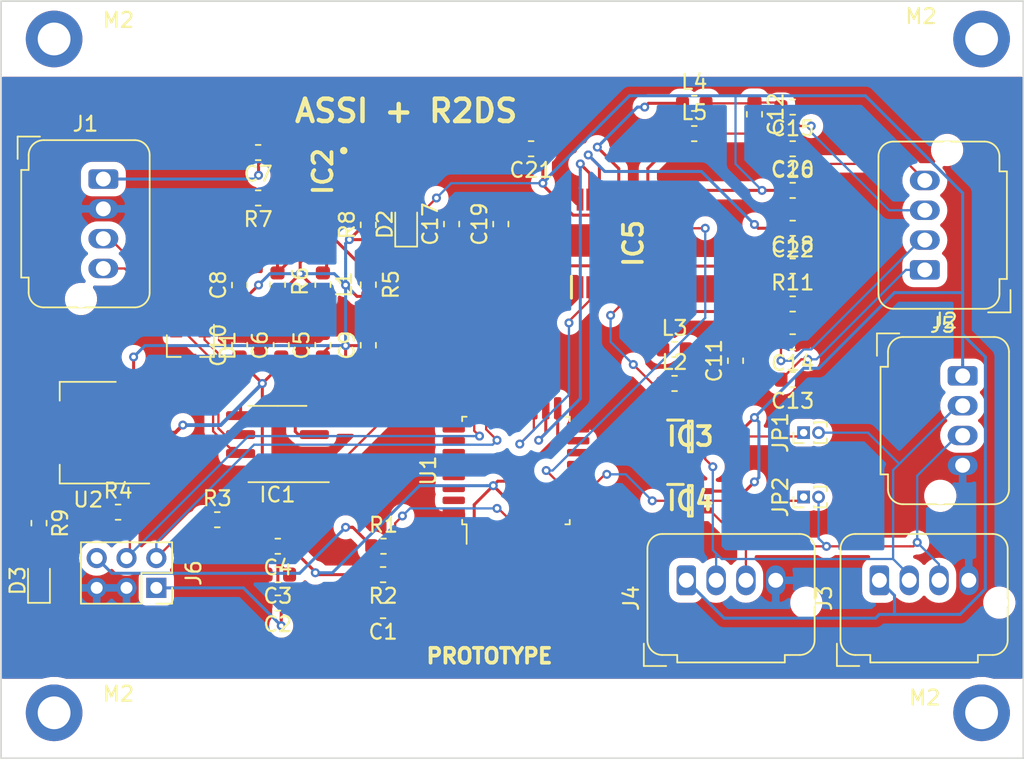
<source format=kicad_pcb>
(kicad_pcb (version 20171130) (host pcbnew "(5.1.4)-1")
  (layers (0 F.Cu signal) (31 B.Cu signal) (34 B.Paste user) (35 F.Paste user) (36 B.SilkS user) (37 F.SilkS user) (38 B.Mask user) (39 F.Mask user) (44 Edge.Cuts user))
  (net 0 "")
  (net 1 GND)
  (net 2 /POWER_SUPPLY/VIN)
  (net 3 +5V)
  (net 4 +3V3)
  (net 5 /LC_FILTER/L+)
  (net 6 /LC_FILTER/L-)
  (net 7 /LC_FILTER/R+)
  (net 8 /LC_FILTER/R-)
  (net 9 "Net-(D2-Pad2)")
  (net 10 "Net-(D3-Pad2)")
  (net 11 /CAN/CAN_H)
  (net 12 /CAN/CAN_L)
  (net 13 /STM32/AMP_R_CHANNEL)
  (net 14 /LC_FILTER/RIN+)
  (net 15 /STM32/AMP_VOLUME)
  (net 16 /LC_FILTER/LIN-)
  (net 17 /LC_FILTER/LIN+)
  (net 18 /AMPLIFIER/SYS_CONTR)
  (net 19 /STM32/AMP_L_CHANNEL)
  (net 20 "Net-(IC2-Pad8)")
  (net 21 "Net-(IC2-Pad7)")
  (net 22 "Net-(IC2-Pad5)")
  (net 23 /LED/LED_MOSI)
  (net 24 /LED/MOSI)
  (net 25 "Net-(IC3-Pad1)")
  (net 26 /LED/LED_SCK)
  (net 27 /LED/SCK)
  (net 28 "Net-(IC4-Pad1)")
  (net 29 /CAN/CAN_RX)
  (net 30 /CAN/CAN_TX)
  (net 31 /SWDIO/MCU_RESET)
  (net 32 /SWDIO/MCU_SWCLK)
  (net 33 /SWDIO/MCU_SWDIO)
  (net 34 /LC_FILTER/RIN-)
  (net 35 /STM32/AMP_SYSTEM_CONTORL)
  (net 36 "Net-(C1-Pad1)")
  (net 37 "Net-(C18-Pad1)")
  (net 38 "Net-(C22-Pad2)")
  (net 39 "Net-(IC5-Pad15)")
  (net 40 "Net-(IC5-Pad11)")
  (net 41 "Net-(U1-Pad31)")
  (net 42 "Net-(U1-Pad30)")
  (net 43 "Net-(U1-Pad29)")
  (net 44 "Net-(U1-Pad28)")
  (net 45 "Net-(U1-Pad27)")
  (net 46 "Net-(U1-Pad26)")
  (net 47 "Net-(U1-Pad25)")
  (net 48 "Net-(U1-Pad20)")
  (net 49 "Net-(U1-Pad15)")
  (net 50 "Net-(U1-Pad14)")
  (net 51 "Net-(U1-Pad12)")
  (net 52 "Net-(U1-Pad10)")
  (net 53 "Net-(U1-Pad9)")
  (net 54 "Net-(U1-Pad6)")
  (net 55 "Net-(U1-Pad3)")
  (net 56 "Net-(U1-Pad2)")
  (module MountingHole:MountingHole_2.2mm_M2_ISO14580_Pad (layer F.Cu) (at 177.546 66.294)
    (fp_text reference M2 (at -4.064 -1.524) (layer F.SilkS))
    (fp_text value MountingHole_2.2mm_M2_ISO14580_Pad)
    (pad 1 thru_hole circle (at 0 0) (size 3.8 3.8) (drill 2.2) (layers *.Cu *.Mask))
  )
  (module MountingHole:MountingHole_2.2mm_M2_ISO14580_Pad (layer F.Cu) (at 177.546 111.506)
    (fp_text reference M2 (at -3.81 -1.016) (layer F.SilkS))
    (fp_text value MountingHole_2.2mm_M2_ISO14580_Pad)
    (pad 1 thru_hole circle (at 0 0) (size 3.8 3.8) (drill 2.2) (layers *.Cu *.Mask))
  )
  (module MountingHole:MountingHole_2.2mm_M2_ISO14580_Pad (layer F.Cu) (at 115.316 66.294)
    (fp_text reference M2 (at 4.318 -1.27) (layer F.SilkS))
    (fp_text value MountingHole_2.2mm_M2_ISO14580_Pad)
    (pad 1 thru_hole circle (at 0 0) (size 3.8 3.8) (drill 2.2) (layers *.Cu *.Mask))
  )
  (module MountingHole:MountingHole_2.2mm_M2_ISO14580_Pad (layer F.Cu) (at 115.316 111.506)
    (fp_text reference M2 (at 4.318 -1.27) (layer F.SilkS))
    (fp_text value MountingHole_2.2mm_M2_ISO14580_Pad)
    (pad 1 thru_hole circle (at 0 0) (size 3.8 3.8) (drill 2.2) (layers *.Cu *.Mask))
  )
  (module Connector_JST:JST_JWPF_B04B-JWPF-SK-R_1x04_P2.00mm_Vertical (layer F.Cu) (at 173.736 81.788 180)
    (fp_text reference J5 (at -1.2 -3.7) (layer F.SilkS))
    (fp_text value OUT_SPEAKER)
    (pad "" np_thru_hole circle (at -1.5 8.05 180) (size 1.15 1.15) (drill 1.15) (layers *.Cu *.Mask))
    (pad 4 thru_hole oval (at 0 6 180) (size 2 1.3) (drill 1) (layers *.Cu *.Mask) (net 8 /LC_FILTER/R-))
    (pad 3 thru_hole oval (at 0 4 180) (size 2 1.3) (drill 1) (layers *.Cu *.Mask) (net 7 /LC_FILTER/R+))
    (pad 2 thru_hole oval (at 0 2 180) (size 2 1.3) (drill 1) (layers *.Cu *.Mask) (net 6 /LC_FILTER/L-))
    (pad 1 thru_hole roundrect (at 0 0 180) (size 2 1.3) (drill 1) (layers *.Cu *.Mask) (roundrect_rratio 0.192308) (net 5 /LC_FILTER/L+))
  )
  (module LED_SMD:LED_0603_1608Metric (layer F.Cu) (at 138.938 78.74 90)
    (fp_text reference D2 (at 0 -1.43 90) (layer F.SilkS))
    (fp_text value LED)
    (pad 2 smd roundrect (at 0.7875 0 90) (size 0.875 0.95) (layers F.Cu F.Paste F.Mask) (net 9 "Net-(D2-Pad2)"))
    (pad 1 smd roundrect (at -0.7875 0 90) (size 0.875 0.95) (layers F.Cu F.Paste F.Mask) (net 1 GND))
  )
  (module SamacSys_Parts:SOP65P640X120-25N (layer F.Cu) (at 154.178 80.01 90)
    (fp_text reference IC5 (at 0 0 90) (layer F.SilkS) (effects (font (size 1.27 1.27) (thickness 0.254))))
    (fp_text value TPA2008D2PWPR hide)
    (pad 25 smd rect (at 0 0 90) (size 2.4 5.16) (layers F.Cu F.Paste F.Mask) (net 1 GND))
    (pad 24 smd rect (at 2.938 -3.575 180) (size 0.45 1.475) (layers F.Cu F.Paste F.Mask) (net 1 GND))
    (pad 23 smd rect (at 2.938 -2.925 180) (size 0.45 1.475) (layers F.Cu F.Paste F.Mask) (net 13 /STM32/AMP_R_CHANNEL))
    (pad 22 smd rect (at 2.938 -2.275 180) (size 0.45 1.475) (layers F.Cu F.Paste F.Mask) (net 38 "Net-(C22-Pad2)"))
    (pad 21 smd rect (at 2.938 -1.625 180) (size 0.45 1.475) (layers F.Cu F.Paste F.Mask) (net 3 +5V))
    (pad 20 smd rect (at 2.938 -0.975 180) (size 0.45 1.475) (layers F.Cu F.Paste F.Mask) (net 14 /LC_FILTER/RIN+))
    (pad 19 smd rect (at 2.938 -0.325 180) (size 0.45 1.475) (layers F.Cu F.Paste F.Mask) (net 1 GND))
    (pad 18 smd rect (at 2.938 0.325 180) (size 0.45 1.475) (layers F.Cu F.Paste F.Mask) (net 1 GND))
    (pad 17 smd rect (at 2.938 0.975 180) (size 0.45 1.475) (layers F.Cu F.Paste F.Mask) (net 34 /LC_FILTER/RIN-))
    (pad 16 smd rect (at 2.938 1.625 180) (size 0.45 1.475) (layers F.Cu F.Paste F.Mask) (net 3 +5V))
    (pad 15 smd rect (at 2.938 2.275 180) (size 0.45 1.475) (layers F.Cu F.Paste F.Mask) (net 39 "Net-(IC5-Pad15)"))
    (pad 14 smd rect (at 2.938 2.925 180) (size 0.45 1.475) (layers F.Cu F.Paste F.Mask) (net 15 /STM32/AMP_VOLUME))
    (pad 13 smd rect (at 2.938 3.575 180) (size 0.45 1.475) (layers F.Cu F.Paste F.Mask) (net 3 +5V))
    (pad 12 smd rect (at -2.938 3.575 180) (size 0.45 1.475) (layers F.Cu F.Paste F.Mask) (net 1 GND))
    (pad 11 smd rect (at -2.938 2.925 180) (size 0.45 1.475) (layers F.Cu F.Paste F.Mask) (net 40 "Net-(IC5-Pad11)"))
    (pad 10 smd rect (at -2.938 2.275 180) (size 0.45 1.475) (layers F.Cu F.Paste F.Mask) (net 37 "Net-(C18-Pad1)"))
    (pad 9 smd rect (at -2.938 1.625 180) (size 0.45 1.475) (layers F.Cu F.Paste F.Mask) (net 3 +5V))
    (pad 8 smd rect (at -2.938 0.975 180) (size 0.45 1.475) (layers F.Cu F.Paste F.Mask) (net 16 /LC_FILTER/LIN-))
    (pad 7 smd rect (at -2.938 0.325 180) (size 0.45 1.475) (layers F.Cu F.Paste F.Mask) (net 1 GND))
    (pad 6 smd rect (at -2.938 -0.325 180) (size 0.45 1.475) (layers F.Cu F.Paste F.Mask) (net 1 GND))
    (pad 5 smd rect (at -2.938 -0.975 180) (size 0.45 1.475) (layers F.Cu F.Paste F.Mask) (net 17 /LC_FILTER/LIN+))
    (pad 4 smd rect (at -2.938 -1.625 180) (size 0.45 1.475) (layers F.Cu F.Paste F.Mask) (net 3 +5V))
    (pad 3 smd rect (at -2.938 -2.275 180) (size 0.45 1.475) (layers F.Cu F.Paste F.Mask) (net 18 /AMPLIFIER/SYS_CONTR))
    (pad 2 smd rect (at -2.938 -2.925 180) (size 0.45 1.475) (layers F.Cu F.Paste F.Mask) (net 19 /STM32/AMP_L_CHANNEL))
    (pad 1 smd rect (at -2.938 -3.575 180) (size 0.45 1.475) (layers F.Cu F.Paste F.Mask) (net 1 GND))
  )
  (module SamacSys_Parts:SOT65P212X110-5N (layer F.Cu) (at 158.004 97.282)
    (fp_text reference IC4 (at 0 0) (layer F.SilkS) (effects (font (size 1.27 1.27) (thickness 0.254))))
    (fp_text value 74LV1T04GW-Q100H hide)
    (pad 5 smd rect (at 1 -0.65 90) (size 0.4 1.05) (layers F.Cu F.Paste F.Mask) (net 3 +5V))
    (pad 4 smd rect (at 1 0.65 90) (size 0.4 1.05) (layers F.Cu F.Paste F.Mask) (net 26 /LED/LED_SCK))
    (pad 3 smd rect (at -1 0.65 90) (size 0.4 1.05) (layers F.Cu F.Paste F.Mask) (net 1 GND))
    (pad 2 smd rect (at -1 0 90) (size 0.4 1.05) (layers F.Cu F.Paste F.Mask) (net 27 /LED/SCK))
    (pad 1 smd rect (at -1 -0.65 90) (size 0.4 1.05) (layers F.Cu F.Paste F.Mask) (net 28 "Net-(IC4-Pad1)"))
  )
  (module SamacSys_Parts:SOT65P212X110-5N (layer F.Cu) (at 158.004 92.964)
    (fp_text reference IC3 (at 0 0) (layer F.SilkS) (effects (font (size 1.27 1.27) (thickness 0.254))))
    (fp_text value 74LV1T04GW-Q100H hide)
    (pad 5 smd rect (at 1 -0.65 90) (size 0.4 1.05) (layers F.Cu F.Paste F.Mask) (net 3 +5V))
    (pad 4 smd rect (at 1 0.65 90) (size 0.4 1.05) (layers F.Cu F.Paste F.Mask) (net 23 /LED/LED_MOSI))
    (pad 3 smd rect (at -1 0.65 90) (size 0.4 1.05) (layers F.Cu F.Paste F.Mask) (net 1 GND))
    (pad 2 smd rect (at -1 0 90) (size 0.4 1.05) (layers F.Cu F.Paste F.Mask) (net 24 /LED/MOSI))
    (pad 1 smd rect (at -1 -0.65 90) (size 0.4 1.05) (layers F.Cu F.Paste F.Mask) (net 25 "Net-(IC3-Pad1)"))
  )
  (module SamacSys_Parts:SON50P200X200X80-9N (layer F.Cu) (at 133.35 75.184 270)
    (fp_text reference IC2 (at 0 0 90) (layer F.SilkS) (effects (font (size 1.27 1.27) (thickness 0.254))))
    (fp_text value TPS62160QDSGRQ1 hide)
    (pad 9 smd rect (at 0 0 270) (size 1 1.7) (layers F.Cu F.Paste F.Mask) (net 1 GND))
    (pad 8 smd rect (at 1.05 -0.75) (size 0.3 0.7) (layers F.Cu F.Paste F.Mask) (net 20 "Net-(IC2-Pad8)"))
    (pad 7 smd rect (at 1.05 -0.25) (size 0.3 0.7) (layers F.Cu F.Paste F.Mask) (net 21 "Net-(IC2-Pad7)"))
    (pad 6 smd rect (at 1.05 0.25) (size 0.3 0.7) (layers F.Cu F.Paste F.Mask) (net 3 +5V))
    (pad 5 smd rect (at 1.05 0.75) (size 0.3 0.7) (layers F.Cu F.Paste F.Mask) (net 22 "Net-(IC2-Pad5)"))
    (pad 4 smd rect (at -1.05 0.75) (size 0.3 0.7) (layers F.Cu F.Paste F.Mask) (net 1 GND))
    (pad 3 smd rect (at -1.05 0.25) (size 0.3 0.7) (layers F.Cu F.Paste F.Mask) (net 2 /POWER_SUPPLY/VIN))
    (pad 2 smd rect (at -1.05 -0.25) (size 0.3 0.7) (layers F.Cu F.Paste F.Mask) (net 2 /POWER_SUPPLY/VIN))
    (pad 1 smd rect (at -1.05 -0.75) (size 0.3 0.7) (layers F.Cu F.Paste F.Mask) (net 1 GND))
  )
  (module Connector_JST:JST_JWPF_B04B-JWPF-SK-R_1x04_P2.00mm_Vertical (layer F.Cu) (at 176.276 88.9)
    (fp_text reference J2 (at -1.2 -3.7) (layer F.SilkS))
    (fp_text value OUT_LED1)
    (pad "" np_thru_hole circle (at -1.5 8.05) (size 1.15 1.15) (drill 1.15) (layers *.Cu *.Mask))
    (pad 4 thru_hole oval (at 0 6) (size 2 1.3) (drill 1) (layers *.Cu *.Mask) (net 1 GND))
    (pad 3 thru_hole oval (at 0 4) (size 2 1.3) (drill 1) (layers *.Cu *.Mask) (net 26 /LED/LED_SCK))
    (pad 2 thru_hole oval (at 0 2) (size 2 1.3) (drill 1) (layers *.Cu *.Mask) (net 23 /LED/LED_MOSI))
    (pad 1 thru_hole roundrect (at 0 0) (size 2 1.3) (drill 1) (layers *.Cu *.Mask) (roundrect_rratio 0.192308) (net 3 +5V))
  )
  (module Resistor_SMD:R_0603_1608Metric (layer F.Cu) (at 164.8715 84.074)
    (fp_text reference R11 (at 0 -1.43) (layer F.SilkS))
    (fp_text value 120K)
    (pad 2 smd roundrect (at 0.7875 0) (size 0.875 0.95) (layers F.Cu F.Paste F.Mask) (net 1 GND))
    (pad 1 smd roundrect (at -0.7875 0) (size 0.875 0.95) (layers F.Cu F.Paste F.Mask) (net 40 "Net-(IC5-Pad11)"))
  )
  (module Capacitor_SMD:C_0603_1608Metric (layer F.Cu) (at 164.8715 76.454)
    (fp_text reference C20 (at 0 -1.43) (layer F.SilkS))
    (fp_text value 1uF)
    (pad 2 smd roundrect (at 0.7875 0) (size 0.875 0.95) (layers F.Cu F.Paste F.Mask) (net 1 GND))
    (pad 1 smd roundrect (at -0.7875 0) (size 0.875 0.95) (layers F.Cu F.Paste F.Mask) (net 3 +5V))
  )
  (module Connector_PinHeader_1.00mm:PinHeader_1x02_P1.00mm_Vertical (layer F.Cu) (at 165.608 97.028 90)
    (fp_text reference JP2 (at 0 -1.56 90) (layer F.SilkS))
    (fp_text value Jumper)
    (pad 2 thru_hole oval (at 0 1 90) (size 0.85 0.85) (drill 0.5) (layers *.Cu *.Mask) (net 26 /LED/LED_SCK))
    (pad 1 thru_hole rect (at 0 0 90) (size 0.85 0.85) (drill 0.5) (layers *.Cu *.Mask) (net 27 /LED/SCK))
  )
  (module Connector_PinHeader_1.00mm:PinHeader_1x02_P1.00mm_Vertical (layer F.Cu) (at 165.608 92.71 90)
    (fp_text reference JP1 (at 0 -1.56 90) (layer F.SilkS))
    (fp_text value Jumper)
    (pad 2 thru_hole oval (at 0 1 90) (size 0.85 0.85) (drill 0.5) (layers *.Cu *.Mask) (net 23 /LED/LED_MOSI))
    (pad 1 thru_hole rect (at 0 0 90) (size 0.85 0.85) (drill 0.5) (layers *.Cu *.Mask) (net 24 /LED/MOSI))
  )
  (module Connector_PinSocket_2.00mm:PinSocket_2x03_P2.00mm_Vertical (layer F.Cu) (at 122.174 103.124 270)
    (fp_text reference J6 (at -1 -2.5 90) (layer F.SilkS))
    (fp_text value SWD)
    (pad 6 thru_hole oval (at -2 4 270) (size 1.35 1.35) (drill 0.8) (layers *.Cu *.Mask) (net 31 /SWDIO/MCU_RESET))
    (pad 5 thru_hole oval (at 0 4 270) (size 1.35 1.35) (drill 0.8) (layers *.Cu *.Mask) (net 1 GND))
    (pad 4 thru_hole oval (at -2 2 270) (size 1.35 1.35) (drill 0.8) (layers *.Cu *.Mask) (net 32 /SWDIO/MCU_SWCLK))
    (pad 3 thru_hole oval (at 0 2 270) (size 1.35 1.35) (drill 0.8) (layers *.Cu *.Mask) (net 1 GND))
    (pad 2 thru_hole oval (at -2 0 270) (size 1.35 1.35) (drill 0.8) (layers *.Cu *.Mask) (net 33 /SWDIO/MCU_SWDIO))
    (pad 1 thru_hole rect (at 0 0 270) (size 1.35 1.35) (drill 0.8) (layers *.Cu *.Mask) (net 4 +3V3))
  )
  (module Package_TO_SOT_SMD:SOT-223-3_TabPin2 (layer F.Cu) (at 117.602 92.71 180)
    (fp_text reference U2 (at 0 -4.5) (layer F.SilkS))
    (fp_text value AP7313-33SRG-7)
    (pad 1 smd rect (at -3.15 -2.3 180) (size 2 1.5) (layers F.Cu F.Paste F.Mask) (net 1 GND))
    (pad 3 smd rect (at -3.15 2.3 180) (size 2 1.5) (layers F.Cu F.Paste F.Mask) (net 3 +5V))
    (pad 2 smd rect (at -3.15 0 180) (size 2 1.5) (layers F.Cu F.Paste F.Mask) (net 4 +3V3))
    (pad 2 smd rect (at 3.15 0 180) (size 2 3.8) (layers F.Cu F.Paste F.Mask) (net 4 +3V3))
  )
  (module Package_QFP:LQFP-32_7x7mm_P0.8mm (layer F.Cu) (at 146.304 95.25 90)
    (fp_text reference U1 (at 0 -5.88 90) (layer F.SilkS))
    (fp_text value STM32F042K6Tx)
    (pad 32 smd roundrect (at -2.8 -4.175 90) (size 0.5 1.5) (layers F.Cu F.Paste F.Mask) (net 1 GND))
    (pad 31 smd roundrect (at -2 -4.175 90) (size 0.5 1.5) (layers F.Cu F.Paste F.Mask) (net 41 "Net-(U1-Pad31)"))
    (pad 30 smd roundrect (at -1.2 -4.175 90) (size 0.5 1.5) (layers F.Cu F.Paste F.Mask) (net 42 "Net-(U1-Pad30)"))
    (pad 29 smd roundrect (at -0.4 -4.175 90) (size 0.5 1.5) (layers F.Cu F.Paste F.Mask) (net 43 "Net-(U1-Pad29)"))
    (pad 28 smd roundrect (at 0.4 -4.175 90) (size 0.5 1.5) (layers F.Cu F.Paste F.Mask) (net 44 "Net-(U1-Pad28)"))
    (pad 27 smd roundrect (at 1.2 -4.175 90) (size 0.5 1.5) (layers F.Cu F.Paste F.Mask) (net 45 "Net-(U1-Pad27)"))
    (pad 26 smd roundrect (at 2 -4.175 90) (size 0.5 1.5) (layers F.Cu F.Paste F.Mask) (net 46 "Net-(U1-Pad26)"))
    (pad 25 smd roundrect (at 2.8 -4.175 90) (size 0.5 1.5) (layers F.Cu F.Paste F.Mask) (net 47 "Net-(U1-Pad25)"))
    (pad 24 smd roundrect (at 4.175 -2.8 90) (size 1.5 0.5) (layers F.Cu F.Paste F.Mask) (net 32 /SWDIO/MCU_SWCLK))
    (pad 23 smd roundrect (at 4.175 -2 90) (size 1.5 0.5) (layers F.Cu F.Paste F.Mask) (net 33 /SWDIO/MCU_SWDIO))
    (pad 22 smd roundrect (at 4.175 -1.2 90) (size 1.5 0.5) (layers F.Cu F.Paste F.Mask) (net 30 /CAN/CAN_TX))
    (pad 21 smd roundrect (at 4.175 -0.4 90) (size 1.5 0.5) (layers F.Cu F.Paste F.Mask) (net 29 /CAN/CAN_RX))
    (pad 20 smd roundrect (at 4.175 0.4 90) (size 1.5 0.5) (layers F.Cu F.Paste F.Mask) (net 48 "Net-(U1-Pad20)"))
    (pad 19 smd roundrect (at 4.175 1.2 90) (size 1.5 0.5) (layers F.Cu F.Paste F.Mask) (net 19 /STM32/AMP_L_CHANNEL))
    (pad 18 smd roundrect (at 4.175 2 90) (size 1.5 0.5) (layers F.Cu F.Paste F.Mask) (net 13 /STM32/AMP_R_CHANNEL))
    (pad 17 smd roundrect (at 4.175 2.8 90) (size 1.5 0.5) (layers F.Cu F.Paste F.Mask) (net 4 +3V3))
    (pad 16 smd roundrect (at 2.8 4.175 90) (size 0.5 1.5) (layers F.Cu F.Paste F.Mask) (net 1 GND))
    (pad 15 smd roundrect (at 2 4.175 90) (size 0.5 1.5) (layers F.Cu F.Paste F.Mask) (net 49 "Net-(U1-Pad15)"))
    (pad 14 smd roundrect (at 1.2 4.175 90) (size 0.5 1.5) (layers F.Cu F.Paste F.Mask) (net 50 "Net-(U1-Pad14)"))
    (pad 13 smd roundrect (at 0.4 4.175 90) (size 0.5 1.5) (layers F.Cu F.Paste F.Mask) (net 24 /LED/MOSI))
    (pad 12 smd roundrect (at -0.4 4.175 90) (size 0.5 1.5) (layers F.Cu F.Paste F.Mask) (net 51 "Net-(U1-Pad12)"))
    (pad 11 smd roundrect (at -1.2 4.175 90) (size 0.5 1.5) (layers F.Cu F.Paste F.Mask) (net 27 /LED/SCK))
    (pad 10 smd roundrect (at -2 4.175 90) (size 0.5 1.5) (layers F.Cu F.Paste F.Mask) (net 52 "Net-(U1-Pad10)"))
    (pad 9 smd roundrect (at -2.8 4.175 90) (size 0.5 1.5) (layers F.Cu F.Paste F.Mask) (net 53 "Net-(U1-Pad9)"))
    (pad 8 smd roundrect (at -4.175 2.8 90) (size 1.5 0.5) (layers F.Cu F.Paste F.Mask) (net 15 /STM32/AMP_VOLUME))
    (pad 7 smd roundrect (at -4.175 2 90) (size 1.5 0.5) (layers F.Cu F.Paste F.Mask) (net 35 /STM32/AMP_SYSTEM_CONTORL))
    (pad 6 smd roundrect (at -4.175 1.2 90) (size 1.5 0.5) (layers F.Cu F.Paste F.Mask) (net 54 "Net-(U1-Pad6)"))
    (pad 5 smd roundrect (at -4.175 0.4 90) (size 1.5 0.5) (layers F.Cu F.Paste F.Mask) (net 4 +3V3))
    (pad 4 smd roundrect (at -4.175 -0.4 90) (size 1.5 0.5) (layers F.Cu F.Paste F.Mask) (net 36 "Net-(C1-Pad1)"))
    (pad 3 smd roundrect (at -4.175 -1.2 90) (size 1.5 0.5) (layers F.Cu F.Paste F.Mask) (net 55 "Net-(U1-Pad3)"))
    (pad 2 smd roundrect (at -4.175 -2 90) (size 1.5 0.5) (layers F.Cu F.Paste F.Mask) (net 56 "Net-(U1-Pad2)"))
    (pad 1 smd roundrect (at -4.175 -2.8 90) (size 1.5 0.5) (layers F.Cu F.Paste F.Mask) (net 4 +3V3))
  )
  (module Resistor_SMD:R_0603_1608Metric (layer F.Cu) (at 114.3 98.7805 270)
    (fp_text reference R9 (at 0 -1.43 90) (layer F.SilkS))
    (fp_text value 1k)
    (pad 2 smd roundrect (at 0.7875 0 270) (size 0.875 0.95) (layers F.Cu F.Paste F.Mask) (net 10 "Net-(D3-Pad2)"))
    (pad 1 smd roundrect (at -0.7875 0 270) (size 0.875 0.95) (layers F.Cu F.Paste F.Mask) (net 4 +3V3))
  )
  (module Resistor_SMD:R_0603_1608Metric (layer F.Cu) (at 136.398 78.7655 90)
    (fp_text reference R8 (at 0 -1.43 90) (layer F.SilkS))
    (fp_text value 1k)
    (pad 2 smd roundrect (at 0.7875 0 90) (size 0.875 0.95) (layers F.Cu F.Paste F.Mask) (net 9 "Net-(D2-Pad2)"))
    (pad 1 smd roundrect (at -0.7875 0 90) (size 0.875 0.95) (layers F.Cu F.Paste F.Mask) (net 3 +5V))
  )
  (module Resistor_SMD:R_0603_1608Metric (layer F.Cu) (at 129.0065 76.962 180)
    (fp_text reference R7 (at 0 -1.43) (layer F.SilkS))
    (fp_text value 130k)
    (pad 2 smd roundrect (at 0.7875 0 180) (size 0.875 0.95) (layers F.Cu F.Paste F.Mask) (net 1 GND))
    (pad 1 smd roundrect (at -0.7875 0 180) (size 0.875 0.95) (layers F.Cu F.Paste F.Mask) (net 22 "Net-(IC2-Pad5)"))
  )
  (module Resistor_SMD:R_0603_1608Metric (layer F.Cu) (at 130.302 82.7785 90)
    (fp_text reference R6 (at 0.2285 1.524 90) (layer F.SilkS))
    (fp_text value "680k ")
    (pad 2 smd roundrect (at 0.7875 0 90) (size 0.875 0.95) (layers F.Cu F.Paste F.Mask) (net 22 "Net-(IC2-Pad5)"))
    (pad 1 smd roundrect (at -0.7875 0 90) (size 0.875 0.95) (layers F.Cu F.Paste F.Mask) (net 3 +5V))
  )
  (module Resistor_SMD:R_0603_1608Metric (layer F.Cu) (at 136.398 82.7785 90)
    (fp_text reference R5 (at 0 1.524 90) (layer F.SilkS))
    (fp_text value 100k)
    (pad 2 smd roundrect (at 0.7875 0 90) (size 0.875 0.95) (layers F.Cu F.Paste F.Mask) (net 20 "Net-(IC2-Pad8)"))
    (pad 1 smd roundrect (at -0.7875 0 90) (size 0.875 0.95) (layers F.Cu F.Paste F.Mask) (net 3 +5V))
  )
  (module Resistor_SMD:R_0603_1608Metric (layer F.Cu) (at 119.6085 98.044)
    (fp_text reference R4 (at 0 -1.43) (layer F.SilkS))
    (fp_text value 10k)
    (pad 2 smd roundrect (at 0.7875 0) (size 0.875 0.95) (layers F.Cu F.Paste F.Mask) (net 32 /SWDIO/MCU_SWCLK))
    (pad 1 smd roundrect (at -0.7875 0) (size 0.875 0.95) (layers F.Cu F.Paste F.Mask) (net 1 GND))
  )
  (module Resistor_SMD:R_0603_1608Metric (layer F.Cu) (at 126.2635 98.552)
    (fp_text reference R3 (at 0 -1.43) (layer F.SilkS))
    (fp_text value 10k)
    (pad 2 smd roundrect (at 0.7875 0) (size 0.875 0.95) (layers F.Cu F.Paste F.Mask) (net 4 +3V3))
    (pad 1 smd roundrect (at -0.7875 0) (size 0.875 0.95) (layers F.Cu F.Paste F.Mask) (net 33 /SWDIO/MCU_SWDIO))
  )
  (module Resistor_SMD:R_0603_1608Metric (layer F.Cu) (at 137.3885 102.235 180)
    (fp_text reference R2 (at 0 -1.43) (layer F.SilkS))
    (fp_text value 10K)
    (pad 2 smd roundrect (at 0.7875 0 180) (size 0.875 0.95) (layers F.Cu F.Paste F.Mask) (net 4 +3V3))
    (pad 1 smd roundrect (at -0.7875 0 180) (size 0.875 0.95) (layers F.Cu F.Paste F.Mask) (net 36 "Net-(C1-Pad1)"))
  )
  (module Resistor_SMD:R_0603_1608Metric (layer F.Cu) (at 137.414 100.33)
    (fp_text reference R1 (at 0 -1.43) (layer F.SilkS))
    (fp_text value 100)
    (pad 2 smd roundrect (at 0.7875 0) (size 0.875 0.95) (layers F.Cu F.Paste F.Mask) (net 36 "Net-(C1-Pad1)"))
    (pad 1 smd roundrect (at -0.7875 0) (size 0.875 0.95) (layers F.Cu F.Paste F.Mask) (net 31 /SWDIO/MCU_RESET))
  )
  (module Inductor_SMD:L_0603_1608Metric (layer F.Cu) (at 158.2675 72.644)
    (fp_text reference L5 (at 0 -1.43) (layer F.SilkS))
    (fp_text value 33uH)
    (pad 2 smd roundrect (at 0.7875 0) (size 0.875 0.95) (layers F.Cu F.Paste F.Mask) (net 8 /LC_FILTER/R-))
    (pad 1 smd roundrect (at -0.7875 0) (size 0.875 0.95) (layers F.Cu F.Paste F.Mask) (net 34 /LC_FILTER/RIN-))
  )
  (module Inductor_SMD:L_0603_1608Metric (layer F.Cu) (at 158.2675 70.612)
    (fp_text reference L4 (at 0 -1.43) (layer F.SilkS))
    (fp_text value 33uH)
    (pad 2 smd roundrect (at 0.7875 0) (size 0.875 0.95) (layers F.Cu F.Paste F.Mask) (net 7 /LC_FILTER/R+))
    (pad 1 smd roundrect (at -0.7875 0) (size 0.875 0.95) (layers F.Cu F.Paste F.Mask) (net 14 /LC_FILTER/RIN+))
  )
  (module Inductor_SMD:L_0603_1608Metric (layer F.Cu) (at 156.9465 87.122)
    (fp_text reference L3 (at 0 -1.43) (layer F.SilkS))
    (fp_text value 33uH)
    (pad 2 smd roundrect (at 0.7875 0) (size 0.875 0.95) (layers F.Cu F.Paste F.Mask) (net 6 /LC_FILTER/L-))
    (pad 1 smd roundrect (at -0.7875 0) (size 0.875 0.95) (layers F.Cu F.Paste F.Mask) (net 16 /LC_FILTER/LIN-))
  )
  (module Inductor_SMD:L_0603_1608Metric (layer F.Cu) (at 156.9465 89.408)
    (fp_text reference L2 (at 0 -1.43) (layer F.SilkS))
    (fp_text value 33uH)
    (pad 2 smd roundrect (at 0.7875 0) (size 0.875 0.95) (layers F.Cu F.Paste F.Mask) (net 5 /LC_FILTER/L+))
    (pad 1 smd roundrect (at -0.7875 0) (size 0.875 0.95) (layers F.Cu F.Paste F.Mask) (net 17 /LC_FILTER/LIN+))
  )
  (module Inductor_SMD:L_0603_1608Metric (layer F.Cu) (at 133.35 82.7785 270)
    (fp_text reference L1 (at 0 -1.43 90) (layer F.SilkS))
    (fp_text value 2.2uH)
    (pad 2 smd roundrect (at 0.7875 0 270) (size 0.875 0.95) (layers F.Cu F.Paste F.Mask) (net 3 +5V))
    (pad 1 smd roundrect (at -0.7875 0 270) (size 0.875 0.95) (layers F.Cu F.Paste F.Mask) (net 21 "Net-(IC2-Pad7)"))
  )
  (module Package_SO:SOIC-8_3.9x4.9mm_P1.27mm (layer F.Cu) (at 130.302 93.472 180)
    (fp_text reference IC1 (at 0 -3.4) (layer F.SilkS))
    (fp_text value IC_CAN-TRANSCEIVER_TLE7250XSJ-Racing_symbols)
    (pad 8 smd roundrect (at 2.475 -1.905 180) (size 1.95 0.6) (layers F.Cu F.Paste F.Mask) (net 1 GND))
    (pad 7 smd roundrect (at 2.475 -0.635 180) (size 1.95 0.6) (layers F.Cu F.Paste F.Mask) (net 11 /CAN/CAN_H))
    (pad 6 smd roundrect (at 2.475 0.635 180) (size 1.95 0.6) (layers F.Cu F.Paste F.Mask) (net 12 /CAN/CAN_L))
    (pad 5 smd roundrect (at 2.475 1.905 180) (size 1.95 0.6) (layers F.Cu F.Paste F.Mask) (net 4 +3V3))
    (pad 4 smd roundrect (at -2.475 1.905 180) (size 1.95 0.6) (layers F.Cu F.Paste F.Mask) (net 29 /CAN/CAN_RX))
    (pad 3 smd roundrect (at -2.475 0.635 180) (size 1.95 0.6) (layers F.Cu F.Paste F.Mask) (net 3 +5V))
    (pad 2 smd roundrect (at -2.475 -0.635 180) (size 1.95 0.6) (layers F.Cu F.Paste F.Mask) (net 1 GND))
    (pad 1 smd roundrect (at -2.475 -1.905 180) (size 1.95 0.6) (layers F.Cu F.Paste F.Mask) (net 30 /CAN/CAN_TX))
  )
  (module LED_SMD:LED_0603_1608Metric (layer F.Cu) (at 114.3 102.6415 90)
    (fp_text reference D3 (at 0 -1.43 90) (layer F.SilkS))
    (fp_text value LED)
    (pad 2 smd roundrect (at 0.7875 0 90) (size 0.875 0.95) (layers F.Cu F.Paste F.Mask) (net 10 "Net-(D3-Pad2)"))
    (pad 1 smd roundrect (at -0.7875 0 90) (size 0.875 0.95) (layers F.Cu F.Paste F.Mask) (net 1 GND))
  )
  (module Package_TO_SOT_SMD:SOT-23 (layer F.Cu) (at 124.46 86.868 270)
    (fp_text reference D1 (at 0 -2.5 90) (layer F.SilkS))
    (fp_text value NUP2105L)
    (pad 3 smd rect (at 1 0 270) (size 0.9 0.8) (layers F.Cu F.Paste F.Mask) (net 1 GND))
    (pad 2 smd rect (at -1 0.95 270) (size 0.9 0.8) (layers F.Cu F.Paste F.Mask) (net 11 /CAN/CAN_H))
    (pad 1 smd rect (at -1 -0.95 270) (size 0.9 0.8) (layers F.Cu F.Paste F.Mask) (net 12 /CAN/CAN_L))
  )
  (module Capacitor_SMD:C_0603_1608Metric (layer F.Cu) (at 164.8715 78.994 180)
    (fp_text reference C22 (at 0 -1.43) (layer F.SilkS))
    (fp_text value 1uF)
    (pad 2 smd roundrect (at 0.7875 0 180) (size 0.875 0.95) (layers F.Cu F.Paste F.Mask) (net 38 "Net-(C22-Pad2)"))
    (pad 1 smd roundrect (at -0.7875 0 180) (size 0.875 0.95) (layers F.Cu F.Paste F.Mask) (net 1 GND))
  )
  (module Capacitor_SMD:C_0603_1608Metric (layer F.Cu) (at 147.32 73.66 180)
    (fp_text reference C21 (at 0 -1.43) (layer F.SilkS))
    (fp_text value 1uF)
    (pad 2 smd roundrect (at 0.7875 0 180) (size 0.875 0.95) (layers F.Cu F.Paste F.Mask) (net 1 GND))
    (pad 1 smd roundrect (at -0.7875 0 180) (size 0.875 0.95) (layers F.Cu F.Paste F.Mask) (net 3 +5V))
  )
  (module Capacitor_SMD:C_0603_1608Metric (layer F.Cu) (at 145.288 78.7145 90)
    (fp_text reference C19 (at 0 -1.43 90) (layer F.SilkS))
    (fp_text value 10uF)
    (pad 2 smd roundrect (at 0.7875 0 90) (size 0.875 0.95) (layers F.Cu F.Paste F.Mask) (net 1 GND))
    (pad 1 smd roundrect (at -0.7875 0 90) (size 0.875 0.95) (layers F.Cu F.Paste F.Mask) (net 3 +5V))
  )
  (module Capacitor_SMD:C_0603_1608Metric (layer F.Cu) (at 164.8715 81.534)
    (fp_text reference C18 (at 0 -1.43) (layer F.SilkS))
    (fp_text value 220pF)
    (pad 2 smd roundrect (at 0.7875 0) (size 0.875 0.95) (layers F.Cu F.Paste F.Mask) (net 1 GND))
    (pad 1 smd roundrect (at -0.7875 0) (size 0.875 0.95) (layers F.Cu F.Paste F.Mask) (net 37 "Net-(C18-Pad1)"))
  )
  (module Capacitor_SMD:C_0603_1608Metric (layer F.Cu) (at 141.986 78.7145 90)
    (fp_text reference C17 (at 0 -1.43 90) (layer F.SilkS))
    (fp_text value 1uF)
    (pad 2 smd roundrect (at 0.7875 0 90) (size 0.875 0.95) (layers F.Cu F.Paste F.Mask) (net 1 GND))
    (pad 1 smd roundrect (at -0.7875 0 90) (size 0.875 0.95) (layers F.Cu F.Paste F.Mask) (net 3 +5V))
  )
  (module Capacitor_SMD:C_0603_1608Metric (layer F.Cu) (at 164.8715 73.66 180)
    (fp_text reference C16 (at 0 -1.43) (layer F.SilkS))
    (fp_text value 100nF)
    (pad 2 smd roundrect (at 0.7875 0 180) (size 0.875 0.95) (layers F.Cu F.Paste F.Mask) (net 8 /LC_FILTER/R-))
    (pad 1 smd roundrect (at -0.7875 0 180) (size 0.875 0.95) (layers F.Cu F.Paste F.Mask) (net 1 GND))
  )
  (module Capacitor_SMD:C_0603_1608Metric (layer F.Cu) (at 164.8715 70.866 180)
    (fp_text reference C15 (at 0 -1.43) (layer F.SilkS))
    (fp_text value 100nF)
    (pad 2 smd roundrect (at 0.7875 0 180) (size 0.875 0.95) (layers F.Cu F.Paste F.Mask) (net 7 /LC_FILTER/R+))
    (pad 1 smd roundrect (at -0.7875 0 180) (size 0.875 0.95) (layers F.Cu F.Paste F.Mask) (net 1 GND))
  )
  (module Capacitor_SMD:C_0603_1608Metric (layer F.Cu) (at 164.8715 86.614 180)
    (fp_text reference C14 (at 0 -1.43) (layer F.SilkS))
    (fp_text value 100nF)
    (pad 2 smd roundrect (at 0.7875 0 180) (size 0.875 0.95) (layers F.Cu F.Paste F.Mask) (net 6 /LC_FILTER/L-))
    (pad 1 smd roundrect (at -0.7875 0 180) (size 0.875 0.95) (layers F.Cu F.Paste F.Mask) (net 1 GND))
  )
  (module Capacitor_SMD:C_0603_1608Metric (layer F.Cu) (at 164.8715 89.154 180)
    (fp_text reference C13 (at 0 -1.43) (layer F.SilkS))
    (fp_text value 100nF)
    (pad 2 smd roundrect (at 0.7875 0 180) (size 0.875 0.95) (layers F.Cu F.Paste F.Mask) (net 5 /LC_FILTER/L+))
    (pad 1 smd roundrect (at -0.7875 0 180) (size 0.875 0.95) (layers F.Cu F.Paste F.Mask) (net 1 GND))
  )
  (module Capacitor_SMD:C_0603_1608Metric (layer F.Cu) (at 162.306 71.3485 270)
    (fp_text reference C12 (at 0 -1.43 90) (layer F.SilkS))
    (fp_text value 0.47uF)
    (pad 2 smd roundrect (at 0.7875 0 270) (size 0.875 0.95) (layers F.Cu F.Paste F.Mask) (net 8 /LC_FILTER/R-))
    (pad 1 smd roundrect (at -0.7875 0 270) (size 0.875 0.95) (layers F.Cu F.Paste F.Mask) (net 7 /LC_FILTER/R+))
  )
  (module Capacitor_SMD:C_0603_1608Metric (layer F.Cu) (at 161.036 87.884 90)
    (fp_text reference C11 (at 0 -1.43 90) (layer F.SilkS))
    (fp_text value 0.47uF)
    (pad 2 smd roundrect (at 0.7875 0 90) (size 0.875 0.95) (layers F.Cu F.Paste F.Mask) (net 6 /LC_FILTER/L-))
    (pad 1 smd roundrect (at -0.7875 0 90) (size 0.875 0.95) (layers F.Cu F.Paste F.Mask) (net 5 /LC_FILTER/L+))
  )
  (module Capacitor_SMD:C_0603_1608Metric (layer F.Cu) (at 127.762 86.8425 90)
    (fp_text reference C10 (at 0 -1.43 90) (layer F.SilkS))
    (fp_text value 1uF)
    (pad 2 smd roundrect (at 0.7875 0 90) (size 0.875 0.95) (layers F.Cu F.Paste F.Mask) (net 1 GND))
    (pad 1 smd roundrect (at -0.7875 0 90) (size 0.875 0.95) (layers F.Cu F.Paste F.Mask) (net 4 +3V3))
  )
  (module Capacitor_SMD:C_0603_1608Metric (layer F.Cu) (at 136.398 86.8425 90)
    (fp_text reference C9 (at 0 -1.43 90) (layer F.SilkS))
    (fp_text value 1uF)
    (pad 2 smd roundrect (at 0.7875 0 90) (size 0.875 0.95) (layers F.Cu F.Paste F.Mask) (net 1 GND))
    (pad 1 smd roundrect (at -0.7875 0 90) (size 0.875 0.95) (layers F.Cu F.Paste F.Mask) (net 3 +5V))
  )
  (module Capacitor_SMD:C_0603_1608Metric (layer F.Cu) (at 127.762 82.804 90)
    (fp_text reference C8 (at 0 -1.43 90) (layer F.SilkS))
    (fp_text value 22nF)
    (pad 2 smd roundrect (at 0.7875 0 90) (size 0.875 0.95) (layers F.Cu F.Paste F.Mask) (net 1 GND))
    (pad 1 smd roundrect (at -0.7875 0 90) (size 0.875 0.95) (layers F.Cu F.Paste F.Mask) (net 3 +5V))
  )
  (module Capacitor_SMD:C_0603_1608Metric (layer F.Cu) (at 129.0065 73.914 180)
    (fp_text reference C7 (at 0 -1.43) (layer F.SilkS))
    (fp_text value 10nF)
    (pad 2 smd roundrect (at 0.7875 0 180) (size 0.875 0.95) (layers F.Cu F.Paste F.Mask) (net 1 GND))
    (pad 1 smd roundrect (at -0.7875 0 180) (size 0.875 0.95) (layers F.Cu F.Paste F.Mask) (net 2 /POWER_SUPPLY/VIN))
  )
  (module Capacitor_SMD:C_0603_1608Metric (layer F.Cu) (at 130.556 86.8425 90)
    (fp_text reference C6 (at 0 -1.43 90) (layer F.SilkS))
    (fp_text value 100nF)
    (pad 2 smd roundrect (at 0.7875 0 90) (size 0.875 0.95) (layers F.Cu F.Paste F.Mask) (net 1 GND))
    (pad 1 smd roundrect (at -0.7875 0 90) (size 0.875 0.95) (layers F.Cu F.Paste F.Mask) (net 4 +3V3))
  )
  (module Capacitor_SMD:C_0603_1608Metric (layer F.Cu) (at 133.35 86.8425 90)
    (fp_text reference C5 (at 0 -1.43 90) (layer F.SilkS))
    (fp_text value 100nF)
    (pad 2 smd roundrect (at 0.7875 0 90) (size 0.875 0.95) (layers F.Cu F.Paste F.Mask) (net 1 GND))
    (pad 1 smd roundrect (at -0.7875 0 90) (size 0.875 0.95) (layers F.Cu F.Paste F.Mask) (net 3 +5V))
  )
  (module Capacitor_SMD:C_0603_1608Metric (layer F.Cu) (at 130.3275 100.33 180)
    (fp_text reference C4 (at 0 -1.43) (layer F.SilkS))
    (fp_text value 100nF)
    (pad 2 smd roundrect (at 0.7875 0 180) (size 0.875 0.95) (layers F.Cu F.Paste F.Mask) (net 1 GND))
    (pad 1 smd roundrect (at -0.7875 0 180) (size 0.875 0.95) (layers F.Cu F.Paste F.Mask) (net 4 +3V3))
  )
  (module Capacitor_SMD:C_0603_1608Metric (layer F.Cu) (at 130.3275 102.235 180)
    (fp_text reference C3 (at 0 -1.43) (layer F.SilkS))
    (fp_text value 100nF)
    (pad 2 smd roundrect (at 0.7875 0 180) (size 0.875 0.95) (layers F.Cu F.Paste F.Mask) (net 1 GND))
    (pad 1 smd roundrect (at -0.7875 0 180) (size 0.875 0.95) (layers F.Cu F.Paste F.Mask) (net 4 +3V3))
  )
  (module Capacitor_SMD:C_0603_1608Metric (layer F.Cu) (at 130.3275 104.14 180)
    (fp_text reference C2 (at 0 -1.43) (layer F.SilkS))
    (fp_text value 100nF)
    (pad 2 smd roundrect (at 0.7875 0 180) (size 0.875 0.95) (layers F.Cu F.Paste F.Mask) (net 1 GND))
    (pad 1 smd roundrect (at -0.7875 0 180) (size 0.875 0.95) (layers F.Cu F.Paste F.Mask) (net 4 +3V3))
  )
  (module Capacitor_SMD:C_0603_1608Metric (layer F.Cu) (at 137.3885 104.648 180)
    (fp_text reference C1 (at 0 -1.43) (layer F.SilkS))
    (fp_text value 100nF)
    (pad 2 smd roundrect (at 0.7875 0 180) (size 0.875 0.95) (layers F.Cu F.Paste F.Mask) (net 1 GND))
    (pad 1 smd roundrect (at -0.7875 0 180) (size 0.875 0.95) (layers F.Cu F.Paste F.Mask) (net 36 "Net-(C1-Pad1)"))
  )
  (module Connector_JST:JST_JWPF_B04B-JWPF-SK-R_1x04_P2.00mm_Vertical (layer F.Cu) (at 157.734 102.616 90)
    (fp_text reference J4 (at -1.2 -3.7 90) (layer F.SilkS))
    (fp_text value OUT_LED3)
    (pad "" np_thru_hole circle (at -1.5 8.05 90) (size 1.15 1.15) (drill 1.15) (layers *.Cu *.Mask))
    (pad 4 thru_hole oval (at 0 6 90) (size 2 1.3) (drill 1) (layers *.Cu *.Mask) (net 1 GND))
    (pad 3 thru_hole oval (at 0 4 90) (size 2 1.3) (drill 1) (layers *.Cu *.Mask) (net 26 /LED/LED_SCK))
    (pad 2 thru_hole oval (at 0 2 90) (size 2 1.3) (drill 1) (layers *.Cu *.Mask) (net 23 /LED/LED_MOSI))
    (pad 1 thru_hole roundrect (at 0 0 90) (size 2 1.3) (drill 1) (layers *.Cu *.Mask) (roundrect_rratio 0.192308) (net 3 +5V))
  )
  (module Connector_JST:JST_JWPF_B04B-JWPF-SK-R_1x04_P2.00mm_Vertical (layer F.Cu) (at 170.688 102.616 90)
    (fp_text reference J3 (at -1.2 -3.7 90) (layer F.SilkS))
    (fp_text value OUT_LED2)
    (pad "" np_thru_hole circle (at -1.5 8.05 90) (size 1.15 1.15) (drill 1.15) (layers *.Cu *.Mask))
    (pad 4 thru_hole oval (at 0 6 90) (size 2 1.3) (drill 1) (layers *.Cu *.Mask) (net 1 GND))
    (pad 3 thru_hole oval (at 0 4 90) (size 2 1.3) (drill 1) (layers *.Cu *.Mask) (net 26 /LED/LED_SCK))
    (pad 2 thru_hole oval (at 0 2 90) (size 2 1.3) (drill 1) (layers *.Cu *.Mask) (net 23 /LED/LED_MOSI))
    (pad 1 thru_hole roundrect (at 0 0 90) (size 2 1.3) (drill 1) (layers *.Cu *.Mask) (roundrect_rratio 0.192308) (net 3 +5V))
  )
  (module Connector_JST:JST_JWPF_B04B-JWPF-SK-R_1x04_P2.00mm_Vertical (layer F.Cu) (at 118.618 75.692)
    (fp_text reference J1 (at -1.2 -3.7) (layer F.SilkS))
    (fp_text value CAN)
    (pad "" np_thru_hole circle (at -1.5 8.05) (size 1.15 1.15) (drill 1.15) (layers *.Cu *.Mask))
    (pad 4 thru_hole oval (at 0 6) (size 2 1.3) (drill 1) (layers *.Cu *.Mask) (net 11 /CAN/CAN_H))
    (pad 3 thru_hole oval (at 0 4) (size 2 1.3) (drill 1) (layers *.Cu *.Mask) (net 12 /CAN/CAN_L))
    (pad 2 thru_hole oval (at 0 2) (size 2 1.3) (drill 1) (layers *.Cu *.Mask) (net 1 GND))
    (pad 1 thru_hole roundrect (at 0 0) (size 2 1.3) (drill 1) (layers *.Cu *.Mask) (roundrect_rratio 0.192308) (net 2 /POWER_SUPPLY/VIN))
  )
  (gr_line (start 111.76 63.754) (end 180.34 63.754) (layer Edge.Cuts) (width 0.1))
  (gr_line (start 111.76 114.554) (end 111.76 63.754) (layer Edge.Cuts) (width 0.1))
  (gr_line (start 180.34 114.554) (end 111.76 114.554) (layer Edge.Cuts) (width 0.1))
  (gr_line (start 180.34 63.754) (end 180.34 114.554) (layer Edge.Cuts) (width 0.1))
  (gr_text PROTOTYPE (at 144.526 107.696) (layer F.SilkS) (effects (font (size 1 1) (thickness 0.25))))
  (gr_text "ASSI + R2DS" (at 138.938 71.12) (layer F.SilkS) (effects (font (size 1.5 1.5) (thickness 0.3))))
  (segment (start 129.794 73.339) (end 130.235 72.898) (width 0.2032) (layer F.Cu) (net 2))
  (segment (start 129.794 73.914) (end 129.794 73.339) (width 0.2032) (layer F.Cu) (net 2))
  (segment (start 133.1 73.5808) (end 133.1 74.134) (width 0.2032) (layer F.Cu) (net 2))
  (segment (start 132.4172 72.898) (end 133.1 73.5808) (width 0.2032) (layer F.Cu) (net 2))
  (segment (start 130.235 72.898) (end 132.4172 72.898) (width 0.2032) (layer F.Cu) (net 2))
  (segment (start 133.6 74.134) (end 133.1 74.134) (width 0.2032) (layer F.Cu) (net 2))
  (via (at 129.032 75.438) (size 0.6) (drill 0.3) (layers F.Cu B.Cu) (net 2))
  (segment (start 118.618 75.692) (end 128.778 75.692) (width 0.2032) (layer B.Cu) (net 2))
  (segment (start 128.778 75.692) (end 129.032 75.438) (width 0.2032) (layer B.Cu) (net 2))
  (segment (start 129.032 74.676) (end 129.794 73.914) (width 0.2032) (layer F.Cu) (net 2))
  (segment (start 129.032 75.438) (end 129.032 74.676) (width 0.2032) (layer F.Cu) (net 2))
  (segment (start 133.1 76.7872) (end 133.096 76.7912) (width 0.2032) (layer F.Cu) (net 3))
  (segment (start 133.1 76.234) (end 133.1 76.7872) (width 0.2032) (layer F.Cu) (net 3))
  (segment (start 133.096 76.7912) (end 133.096 80.01) (width 0.2032) (layer F.Cu) (net 3))
  (segment (start 133.096 80.01) (end 131.826 81.28) (width 0.2032) (layer F.Cu) (net 3))
  (segment (start 131.826 82.042) (end 133.35 83.566) (width 0.2032) (layer F.Cu) (net 3))
  (segment (start 131.826 81.28) (end 131.826 82.042) (width 0.2032) (layer F.Cu) (net 3))
  (segment (start 131.826 82.042) (end 130.302 83.566) (width 0.2032) (layer F.Cu) (net 3))
  (via (at 134.874 82.804) (size 0.6) (drill 0.3) (layers F.Cu B.Cu) (net 3))
  (segment (start 136.398 83.566) (end 135.636 83.566) (width 0.2032) (layer F.Cu) (net 3))
  (segment (start 135.636 83.566) (end 134.874 82.804) (width 0.2032) (layer F.Cu) (net 3))
  (via (at 131.826 82.042) (size 0.6) (drill 0.3) (layers F.Cu B.Cu) (net 3))
  (segment (start 134.874 82.804) (end 134.112 82.042) (width 0.2032) (layer B.Cu) (net 3))
  (segment (start 134.112 82.042) (end 131.826 82.042) (width 0.2032) (layer B.Cu) (net 3))
  (via (at 129.032 82.804) (size 0.6) (drill 0.3) (layers F.Cu B.Cu) (net 3))
  (segment (start 127.762 83.5915) (end 128.2445 83.5915) (width 0.2032) (layer F.Cu) (net 3))
  (segment (start 128.2445 83.5915) (end 129.032 82.804) (width 0.2032) (layer F.Cu) (net 3))
  (segment (start 129.794 82.042) (end 131.826 82.042) (width 0.2032) (layer B.Cu) (net 3))
  (segment (start 129.032 82.804) (end 129.794 82.042) (width 0.2032) (layer B.Cu) (net 3))
  (via (at 134.874 86.868) (size 0.6) (drill 0.3) (layers F.Cu B.Cu) (net 3))
  (segment (start 134.874 86.868) (end 134.874 82.804) (width 0.2032) (layer B.Cu) (net 3))
  (via (at 120.65 87.63) (size 0.6) (drill 0.3) (layers F.Cu B.Cu) (net 3))
  (segment (start 134.874 86.868) (end 121.412 86.868) (width 0.2032) (layer B.Cu) (net 3))
  (segment (start 121.412 86.868) (end 120.65 87.63) (width 0.2032) (layer B.Cu) (net 3))
  (segment (start 120.65 90.308) (end 120.752 90.41) (width 0.2032) (layer F.Cu) (net 3))
  (segment (start 120.65 87.63) (end 120.65 90.308) (width 0.2032) (layer F.Cu) (net 3))
  (segment (start 131.702 92.837) (end 132.777 92.837) (width 0.2032) (layer F.Cu) (net 3))
  (segment (start 134.874 87.884) (end 131.79581 90.96219) (width 0.2032) (layer F.Cu) (net 3))
  (segment (start 134.874 86.868) (end 134.874 87.884) (width 0.2032) (layer F.Cu) (net 3))
  (segment (start 131.79581 90.96219) (end 131.76361 90.96219) (width 0.2032) (layer F.Cu) (net 3))
  (segment (start 131.76361 90.96219) (end 131.49719 91.22861) (width 0.2032) (layer F.Cu) (net 3))
  (segment (start 131.49719 91.22861) (end 131.49719 92.63219) (width 0.2032) (layer F.Cu) (net 3))
  (segment (start 131.49719 92.63219) (end 131.702 92.837) (width 0.2032) (layer F.Cu) (net 3))
  (segment (start 135.89 86.868) (end 134.874 86.868) (width 0.2032) (layer F.Cu) (net 3))
  (segment (start 136.398 87.63) (end 136.398 87.376) (width 0.2032) (layer F.Cu) (net 3))
  (segment (start 136.398 87.376) (end 135.89 86.868) (width 0.2032) (layer F.Cu) (net 3))
  (segment (start 133.858 86.868) (end 134.874 86.868) (width 0.2032) (layer F.Cu) (net 3))
  (segment (start 133.35 87.63) (end 133.35 87.376) (width 0.2032) (layer F.Cu) (net 3))
  (segment (start 133.35 87.376) (end 133.858 86.868) (width 0.2032) (layer F.Cu) (net 3))
  (segment (start 134.874 82.042) (end 134.874 82.804) (width 0.2032) (layer B.Cu) (net 3))
  (segment (start 134.874 82.804) (end 135.381994 83.311994) (width 0.2032) (layer B.Cu) (net 3))
  (segment (start 134.874 82.042) (end 134.874 81.026) (width 0.2032) (layer B.Cu) (net 3))
  (via (at 135.128 79.756) (size 0.6) (drill 0.3) (layers F.Cu B.Cu) (net 3))
  (segment (start 134.874 81.026) (end 134.874 80.01) (width 0.2032) (layer B.Cu) (net 3))
  (segment (start 134.874 80.01) (end 135.128 79.756) (width 0.2032) (layer B.Cu) (net 3))
  (segment (start 136.195 79.756) (end 136.398 79.553) (width 0.2032) (layer F.Cu) (net 3))
  (segment (start 135.128 79.756) (end 136.195 79.756) (width 0.2032) (layer F.Cu) (net 3))
  (segment (start 152.553 82.0073) (end 152.553 82.948) (width 0.2032) (layer F.Cu) (net 3))
  (segment (start 152.060501 81.514801) (end 152.553 82.0073) (width 0.2032) (layer F.Cu) (net 3))
  (segment (start 147.300801 81.514801) (end 152.060501 81.514801) (width 0.2032) (layer F.Cu) (net 3))
  (segment (start 145.288 79.502) (end 147.300801 81.514801) (width 0.2032) (layer F.Cu) (net 3))
  (segment (start 155.310501 81.514801) (end 152.060501 81.514801) (width 0.2032) (layer F.Cu) (net 3))
  (segment (start 155.803 82.0073) (end 155.310501 81.514801) (width 0.2032) (layer F.Cu) (net 3))
  (segment (start 155.803 82.948) (end 155.803 82.0073) (width 0.2032) (layer F.Cu) (net 3))
  (segment (start 152.553 78.0127) (end 152.553 77.072) (width 0.2032) (layer F.Cu) (net 3))
  (segment (start 152.451399 78.114301) (end 152.553 78.0127) (width 0.2032) (layer F.Cu) (net 3))
  (segment (start 150.134159 78.114301) (end 152.451399 78.114301) (width 0.2032) (layer F.Cu) (net 3))
  (segment (start 148.1075 76.087642) (end 150.134159 78.114301) (width 0.2032) (layer F.Cu) (net 3))
  (segment (start 148.1075 73.66) (end 148.1075 76.087642) (width 0.2032) (layer F.Cu) (net 3))
  (segment (start 155.803 78.0127) (end 155.803 77.072) (width 0.2032) (layer F.Cu) (net 3))
  (segment (start 155.701399 78.114301) (end 155.803 78.0127) (width 0.2032) (layer F.Cu) (net 3))
  (segment (start 152.451399 78.114301) (end 155.701399 78.114301) (width 0.2032) (layer F.Cu) (net 3))
  (segment (start 145.288 79.502) (end 141.986 79.502) (width 0.2032) (layer F.Cu) (net 3))
  (segment (start 135.427999 79.456001) (end 135.128 79.756) (width 0.2032) (layer F.Cu) (net 3))
  (segment (start 136.09881 78.78519) (end 135.427999 79.456001) (width 0.2032) (layer F.Cu) (net 3))
  (segment (start 141.411 79.502) (end 140.69419 78.78519) (width 0.2032) (layer F.Cu) (net 3))
  (segment (start 141.986 79.502) (end 141.411 79.502) (width 0.2032) (layer F.Cu) (net 3))
  (segment (start 158.371 76.454) (end 157.753 77.072) (width 0.2032) (layer F.Cu) (net 3))
  (segment (start 140.69419 78.78519) (end 140.16281 78.78519) (width 0.2032) (layer F.Cu) (net 3))
  (segment (start 140.16281 78.78519) (end 136.09881 78.78519) (width 0.2032) (layer F.Cu) (net 3))
  (segment (start 141.9605 75.9715) (end 148.1075 75.9715) (width 0.1524) (layer B.Cu) (net 3))
  (segment (start 140.97 76.962) (end 141.9605 75.9715) (width 0.1524) (layer B.Cu) (net 3))
  (segment (start 140.16281 78.78519) (end 140.16281 77.76919) (width 0.1524) (layer F.Cu) (net 3))
  (segment (start 140.16281 77.76919) (end 140.97 76.962) (width 0.1524) (layer F.Cu) (net 3))
  (via (at 148.1075 75.9715) (size 0.6) (drill 0.3) (layers F.Cu B.Cu) (net 3))
  (via (at 140.97 76.962) (size 0.6) (drill 0.3) (layers F.Cu B.Cu) (net 3))
  (segment (start 148.407499 75.671501) (end 148.407499 75.620501) (width 0.2032) (layer B.Cu) (net 3))
  (segment (start 148.1075 75.9715) (end 148.407499 75.671501) (width 0.2032) (layer B.Cu) (net 3))
  (segment (start 148.407499 75.620501) (end 153.924 70.104) (width 0.2032) (layer B.Cu) (net 3))
  (segment (start 176.276 88.15) (end 176.276 88.9) (width 0.2032) (layer B.Cu) (net 3))
  (segment (start 169.752305 70.104) (end 176.276 76.627695) (width 0.2032) (layer B.Cu) (net 3))
  (segment (start 176.276 86.106) (end 176.276 88.15) (width 0.2032) (layer B.Cu) (net 3))
  (segment (start 176.276 86.106) (end 177.8 87.63) (width 0.2032) (layer B.Cu) (net 3))
  (segment (start 177.8 87.63) (end 177.8 103.204305) (width 0.2032) (layer B.Cu) (net 3))
  (segment (start 177.8 103.204305) (end 176.102305 104.902) (width 0.2032) (layer B.Cu) (net 3))
  (segment (start 171.704 103.632) (end 170.688 102.616) (width 0.2032) (layer B.Cu) (net 3))
  (segment (start 171.704 104.902) (end 171.704 103.632) (width 0.2032) (layer B.Cu) (net 3))
  (segment (start 176.102305 104.902) (end 171.704 104.902) (width 0.2032) (layer B.Cu) (net 3))
  (segment (start 170.875602 104.902) (end 171.704 104.902) (width 0.2032) (layer B.Cu) (net 3))
  (segment (start 170.688 104.902) (end 170.875602 104.902) (width 0.2032) (layer B.Cu) (net 3))
  (segment (start 170.434 105.156) (end 170.688 104.902) (width 0.2032) (layer B.Cu) (net 3))
  (segment (start 157.734 102.616) (end 160.274 105.156) (width 0.2032) (layer B.Cu) (net 3))
  (segment (start 160.274 105.156) (end 170.434 105.156) (width 0.2032) (layer B.Cu) (net 3))
  (via (at 162.306 91.694) (size 0.6) (drill 0.3) (layers F.Cu B.Cu) (net 3))
  (segment (start 159.004 92.314) (end 161.686 92.314) (width 0.2032) (layer F.Cu) (net 3))
  (segment (start 161.686 92.314) (end 162.306 91.694) (width 0.2032) (layer F.Cu) (net 3))
  (segment (start 176.276 83.312) (end 176.276 86.106) (width 0.2032) (layer B.Cu) (net 3))
  (segment (start 176.276 76.627695) (end 176.276 83.312) (width 0.2032) (layer B.Cu) (net 3))
  (via (at 162.306 96.012) (size 0.6) (drill 0.3) (layers F.Cu B.Cu) (net 3))
  (segment (start 159.004 96.632) (end 161.686 96.632) (width 0.2032) (layer F.Cu) (net 3))
  (segment (start 161.686 96.632) (end 162.306 96.012) (width 0.2032) (layer F.Cu) (net 3))
  (segment (start 162.605999 91.993999) (end 162.306 91.694) (width 0.2032) (layer B.Cu) (net 3))
  (segment (start 162.605999 95.712001) (end 162.605999 91.993999) (width 0.2032) (layer B.Cu) (net 3))
  (segment (start 162.306 96.012) (end 162.605999 95.712001) (width 0.2032) (layer B.Cu) (net 3))
  (via (at 162.814 76.454) (size 0.6) (drill 0.3) (layers F.Cu B.Cu) (net 3))
  (segment (start 161.036 70.104) (end 169.752305 70.104) (width 0.2032) (layer B.Cu) (net 3))
  (segment (start 153.924 70.104) (end 161.036 70.104) (width 0.2032) (layer B.Cu) (net 3))
  (segment (start 164.084 76.454) (end 162.814 76.454) (width 0.2032) (layer F.Cu) (net 3))
  (segment (start 162.814 76.454) (end 158.371 76.454) (width 0.2032) (layer F.Cu) (net 3))
  (segment (start 161.036 70.104) (end 161.036 74.676) (width 0.1524) (layer B.Cu) (net 3))
  (segment (start 161.036 74.676) (end 162.814 76.454) (width 0.1524) (layer B.Cu) (net 3))
  (segment (start 171.704 83.312) (end 176.276 83.312) (width 0.2032) (layer B.Cu) (net 3))
  (segment (start 166.624009 88.391991) (end 171.704 83.312) (width 0.2032) (layer B.Cu) (net 3))
  (segment (start 162.306 91.694) (end 165.608009 88.391991) (width 0.2032) (layer B.Cu) (net 3))
  (segment (start 165.608009 88.391991) (end 166.624009 88.391991) (width 0.2032) (layer B.Cu) (net 3))
  (segment (start 120.752 92.71) (end 123.443988 92.71) (width 0.254) (layer F.Cu) (net 4))
  (segment (start 123.443988 92.71) (end 123.651989 92.501999) (width 0.254) (layer F.Cu) (net 4))
  (segment (start 123.651989 92.501999) (end 123.951988 92.202) (width 0.254) (layer F.Cu) (net 4))
  (via (at 123.951988 92.202) (size 0.6) (drill 0.3) (layers F.Cu B.Cu) (net 4))
  (via (at 129.286 89.408) (size 0.6) (drill 0.3) (layers F.Cu B.Cu) (net 4))
  (segment (start 123.951988 92.202) (end 126.492 92.202) (width 0.254) (layer B.Cu) (net 4))
  (segment (start 126.492 92.202) (end 129.286 89.408) (width 0.254) (layer B.Cu) (net 4))
  (segment (start 127.762 87.884) (end 127.762 87.63) (width 0.2032) (layer F.Cu) (net 4))
  (segment (start 129.286 89.408) (end 127.762 87.884) (width 0.2032) (layer F.Cu) (net 4))
  (segment (start 130.556 88.138) (end 130.556 87.63) (width 0.2032) (layer F.Cu) (net 4))
  (segment (start 129.286 89.408) (end 130.556 88.138) (width 0.2032) (layer F.Cu) (net 4))
  (segment (start 127.827 90.867) (end 127.827 91.567) (width 0.2032) (layer F.Cu) (net 4))
  (segment (start 129.286 89.408) (end 127.827 90.867) (width 0.2032) (layer F.Cu) (net 4))
  (segment (start 120.752 92.71) (end 114.452 92.71) (width 0.3048) (layer F.Cu) (net 4))
  (segment (start 114.452 97.841) (end 114.3 97.993) (width 0.2032) (layer F.Cu) (net 4))
  (segment (start 114.452 92.71) (end 114.452 97.841) (width 0.2032) (layer F.Cu) (net 4))
  (segment (start 130.3275 101.4475) (end 131.115 102.235) (width 0.2032) (layer F.Cu) (net 4))
  (segment (start 130.3275 99.5425) (end 130.3275 101.4475) (width 0.2032) (layer F.Cu) (net 4))
  (segment (start 129.286 98.501) (end 130.3275 99.5425) (width 0.2032) (layer F.Cu) (net 4))
  (segment (start 130.3275 99.5425) (end 131.115 100.33) (width 0.2032) (layer F.Cu) (net 4))
  (segment (start 130.3275 103.3525) (end 131.115 104.14) (width 0.2032) (layer F.Cu) (net 4))
  (segment (start 130.3275 101.4475) (end 130.3275 103.3525) (width 0.2032) (layer F.Cu) (net 4))
  (via (at 132.842 102.108) (size 0.6) (drill 0.3) (layers F.Cu B.Cu) (net 4))
  (segment (start 131.115 100.33) (end 132.842 102.057) (width 0.2032) (layer F.Cu) (net 4))
  (segment (start 132.842 102.057) (end 132.842 102.108) (width 0.2032) (layer F.Cu) (net 4))
  (via (at 144.78 96.26601) (size 0.6) (drill 0.3) (layers F.Cu B.Cu) (net 4))
  (segment (start 144.480001 96.566009) (end 144.78 96.26601) (width 0.2032) (layer F.Cu) (net 4))
  (segment (start 143.504 97.54201) (end 144.480001 96.566009) (width 0.2032) (layer F.Cu) (net 4))
  (segment (start 143.504 99.425) (end 143.504 97.54201) (width 0.2032) (layer F.Cu) (net 4))
  (segment (start 145.079999 96.566009) (end 144.78 96.26601) (width 0.2032) (layer F.Cu) (net 4))
  (segment (start 146.704 99.425) (end 146.704 98.19001) (width 0.2032) (layer F.Cu) (net 4))
  (segment (start 146.704 98.19001) (end 145.079999 96.566009) (width 0.2032) (layer F.Cu) (net 4))
  (segment (start 132.969 102.235) (end 132.842 102.108) (width 0.2032) (layer F.Cu) (net 4))
  (segment (start 136.601 102.235) (end 132.969 102.235) (width 0.2032) (layer F.Cu) (net 4))
  (segment (start 129.239612 98.090388) (end 129.286 98.044) (width 0.2032) (layer F.Cu) (net 4))
  (segment (start 127.512612 98.090388) (end 129.239612 98.090388) (width 0.2032) (layer F.Cu) (net 4))
  (segment (start 127.051 98.552) (end 127.512612 98.090388) (width 0.2032) (layer F.Cu) (net 4))
  (segment (start 129.286 89.408) (end 129.286 98.044) (width 0.2032) (layer F.Cu) (net 4))
  (segment (start 129.286 98.044) (end 129.286 98.501) (width 0.2032) (layer F.Cu) (net 4))
  (segment (start 145.079999 95.966011) (end 144.78 96.26601) (width 0.2032) (layer F.Cu) (net 4))
  (segment (start 146.095989 95.966011) (end 145.079999 95.966011) (width 0.2032) (layer F.Cu) (net 4))
  (segment (start 149.104 91.075) (end 149.104 92.958) (width 0.2032) (layer F.Cu) (net 4))
  (segment (start 149.104 92.958) (end 146.095989 95.966011) (width 0.2032) (layer F.Cu) (net 4))
  (segment (start 130.3275 103.3525) (end 130.556 103.581) (width 0.2032) (layer F.Cu) (net 4))
  (segment (start 122.174 103.124) (end 128.016 103.124) (width 0.2032) (layer B.Cu) (net 4))
  (segment (start 130.256001 105.364001) (end 130.556 105.664) (width 0.2032) (layer B.Cu) (net 4))
  (segment (start 130.556 105.239736) (end 130.556 105.664) (width 0.2032) (layer F.Cu) (net 4))
  (segment (start 128.016 103.124) (end 130.256001 105.364001) (width 0.2032) (layer B.Cu) (net 4))
  (segment (start 130.556 103.581) (end 130.556 105.239736) (width 0.2032) (layer F.Cu) (net 4))
  (via (at 130.556 105.664) (size 0.6) (drill 0.3) (layers F.Cu B.Cu) (net 4))
  (segment (start 139.833096 96.26601) (end 144.355736 96.26601) (width 0.2032) (layer B.Cu) (net 4))
  (segment (start 144.355736 96.26601) (end 144.78 96.26601) (width 0.2032) (layer B.Cu) (net 4))
  (segment (start 133.991106 102.108) (end 139.833096 96.26601) (width 0.2032) (layer B.Cu) (net 4))
  (segment (start 132.842 102.108) (end 133.991106 102.108) (width 0.2032) (layer B.Cu) (net 4))
  (segment (start 160.2995 89.408) (end 161.036 88.6715) (width 0.1524) (layer F.Cu) (net 5))
  (segment (start 157.734 89.408) (end 160.2995 89.408) (width 0.1524) (layer F.Cu) (net 5))
  (segment (start 161.5185 89.154) (end 164.084 89.154) (width 0.1524) (layer F.Cu) (net 5))
  (segment (start 161.036 88.6715) (end 161.5185 89.154) (width 0.1524) (layer F.Cu) (net 5))
  (segment (start 164.084 89.154) (end 165.45081 87.78719) (width 0.1524) (layer F.Cu) (net 5))
  (segment (start 165.45081 87.78719) (end 165.454215 87.78719) (width 0.1524) (layer F.Cu) (net 5))
  (via (at 165.878479 87.78719) (size 0.6) (drill 0.3) (layers F.Cu B.Cu) (net 5))
  (segment (start 165.454215 87.78719) (end 165.878479 87.78719) (width 0.1524) (layer F.Cu) (net 5))
  (segment (start 166.46681 87.78719) (end 165.878479 87.78719) (width 0.1524) (layer B.Cu) (net 5))
  (segment (start 173.736 81.788) (end 172.466 81.788) (width 0.1524) (layer B.Cu) (net 5))
  (segment (start 172.466 81.788) (end 166.46681 87.78719) (width 0.1524) (layer B.Cu) (net 5))
  (segment (start 161.0105 87.122) (end 161.036 87.0965) (width 0.1524) (layer F.Cu) (net 6))
  (segment (start 157.734 87.122) (end 161.0105 87.122) (width 0.1524) (layer F.Cu) (net 6))
  (segment (start 161.5185 86.614) (end 164.084 86.614) (width 0.1524) (layer F.Cu) (net 6))
  (segment (start 161.036 87.0965) (end 161.5185 86.614) (width 0.1524) (layer F.Cu) (net 6))
  (via (at 164.084 87.884) (size 0.6) (drill 0.3) (layers F.Cu B.Cu) (net 6))
  (segment (start 164.084 86.614) (end 164.084 87.884) (width 0.1524) (layer F.Cu) (net 6))
  (segment (start 173.45 79.788) (end 173.736 79.788) (width 0.1524) (layer B.Cu) (net 6))
  (segment (start 166.116 87.122) (end 173.45 79.788) (width 0.1524) (layer B.Cu) (net 6))
  (segment (start 165.608 87.122) (end 166.116 87.122) (width 0.1524) (layer B.Cu) (net 6))
  (segment (start 164.084 87.884) (end 164.846 87.884) (width 0.1524) (layer B.Cu) (net 6))
  (segment (start 164.846 87.884) (end 165.608 87.122) (width 0.1524) (layer B.Cu) (net 6))
  (segment (start 162.255 70.612) (end 162.306 70.561) (width 0.1524) (layer F.Cu) (net 7))
  (segment (start 159.055 70.612) (end 162.255 70.612) (width 0.1524) (layer F.Cu) (net 7))
  (segment (start 163.779 70.561) (end 164.084 70.866) (width 0.1524) (layer F.Cu) (net 7))
  (segment (start 162.306 70.561) (end 163.779 70.561) (width 0.1524) (layer F.Cu) (net 7))
  (via (at 166.116 72.136) (size 0.6) (drill 0.3) (layers F.Cu B.Cu) (net 7))
  (segment (start 164.084 70.866) (end 165.354 72.136) (width 0.1524) (layer F.Cu) (net 7))
  (segment (start 165.354 72.136) (end 166.116 72.136) (width 0.1524) (layer F.Cu) (net 7))
  (segment (start 172.5836 77.788) (end 173.736 77.788) (width 0.1524) (layer B.Cu) (net 7))
  (segment (start 171.343736 77.788) (end 172.5836 77.788) (width 0.1524) (layer B.Cu) (net 7))
  (segment (start 166.116 72.560264) (end 171.343736 77.788) (width 0.1524) (layer B.Cu) (net 7))
  (segment (start 166.116 72.136) (end 166.116 72.560264) (width 0.1524) (layer B.Cu) (net 7))
  (segment (start 161.798 72.644) (end 162.306 72.136) (width 0.1524) (layer F.Cu) (net 8))
  (segment (start 159.055 72.644) (end 161.798 72.644) (width 0.1524) (layer F.Cu) (net 8))
  (segment (start 163.83 73.66) (end 164.084 73.66) (width 0.1524) (layer F.Cu) (net 8))
  (segment (start 162.306 72.136) (end 163.83 73.66) (width 0.1524) (layer F.Cu) (net 8))
  (segment (start 172.624 74.676) (end 173.736 75.788) (width 0.1524) (layer F.Cu) (net 8))
  (segment (start 165.354 74.676) (end 172.624 74.676) (width 0.1524) (layer F.Cu) (net 8))
  (segment (start 164.084 73.66) (end 164.338 73.66) (width 0.1524) (layer F.Cu) (net 8))
  (segment (start 164.338 73.66) (end 165.354 74.676) (width 0.1524) (layer F.Cu) (net 8))
  (segment (start 138.9125 77.978) (end 138.938 77.9525) (width 0.2032) (layer F.Cu) (net 9))
  (segment (start 136.398 77.978) (end 138.9125 77.978) (width 0.2032) (layer F.Cu) (net 9))
  (segment (start 114.3 99.568) (end 114.3 101.854) (width 0.2032) (layer F.Cu) (net 10))
  (segment (start 123.51 85.156) (end 123.51 85.868) (width 0.1524) (layer F.Cu) (net 11))
  (segment (start 118.618 81.692) (end 120.046 81.692) (width 0.1524) (layer F.Cu) (net 11))
  (segment (start 120.046 81.692) (end 123.51 85.156) (width 0.1524) (layer F.Cu) (net 11))
  (segment (start 127.45629 93.73629) (end 127.827 94.107) (width 0.1524) (layer F.Cu) (net 11))
  (segment (start 127.105806 93.73629) (end 127.45629 93.73629) (width 0.1524) (layer F.Cu) (net 11))
  (segment (start 125.984 92.614484) (end 127.105806 93.73629) (width 0.1524) (layer F.Cu) (net 11))
  (segment (start 125.984 87.884) (end 125.984 92.614484) (width 0.1524) (layer F.Cu) (net 11))
  (segment (start 123.51 85.868) (end 123.968 85.868) (width 0.1524) (layer F.Cu) (net 11))
  (segment (start 123.968 85.868) (end 125.984 87.884) (width 0.1524) (layer F.Cu) (net 11))
  (segment (start 125.238 85.868) (end 125.41 85.868) (width 0.1524) (layer F.Cu) (net 12))
  (segment (start 118.618 79.692) (end 119.062 79.692) (width 0.1524) (layer F.Cu) (net 12))
  (segment (start 119.062 79.692) (end 125.238 85.868) (width 0.1524) (layer F.Cu) (net 12))
  (segment (start 126.339611 92.424611) (end 126.752 92.837) (width 0.1524) (layer F.Cu) (net 12))
  (segment (start 126.339611 87.400011) (end 126.339611 92.424611) (width 0.1524) (layer F.Cu) (net 12))
  (segment (start 125.41 86.4704) (end 126.339611 87.400011) (width 0.1524) (layer F.Cu) (net 12))
  (segment (start 125.41 85.868) (end 125.41 86.4704) (width 0.1524) (layer F.Cu) (net 12))
  (segment (start 126.752 92.837) (end 127.827 92.837) (width 0.1524) (layer F.Cu) (net 12))
  (via (at 147.828 93.218) (size 0.6) (drill 0.3) (layers F.Cu B.Cu) (net 13))
  (segment (start 148.304 92.742) (end 148.304 91.075) (width 0.2032) (layer F.Cu) (net 13))
  (segment (start 147.828 93.218) (end 148.304 92.742) (width 0.2032) (layer F.Cu) (net 13))
  (via (at 150.621994 74.676) (size 0.6) (drill 0.3) (layers F.Cu B.Cu) (net 13))
  (segment (start 151.253 77.072) (end 151.253 75.307006) (width 0.2032) (layer F.Cu) (net 13))
  (segment (start 151.253 75.307006) (end 150.921993 74.975999) (width 0.2032) (layer F.Cu) (net 13))
  (segment (start 150.621994 75.100264) (end 150.621994 74.676) (width 0.2032) (layer B.Cu) (net 13))
  (segment (start 150.921993 74.975999) (end 150.621994 74.676) (width 0.2032) (layer F.Cu) (net 13))
  (segment (start 147.828 93.218) (end 150.621994 90.424006) (width 0.2032) (layer B.Cu) (net 13))
  (segment (start 150.621994 90.424006) (end 150.621994 75.100264) (width 0.2032) (layer B.Cu) (net 13))
  (via (at 154.94 70.866) (size 0.6) (drill 0.3) (layers F.Cu B.Cu) (net 14))
  (segment (start 157.48 70.612) (end 155.194 70.612) (width 0.2032) (layer F.Cu) (net 14))
  (segment (start 155.194 70.612) (end 154.94 70.866) (width 0.2032) (layer F.Cu) (net 14))
  (segment (start 154.94 70.866) (end 154.448646 70.866) (width 0.2032) (layer B.Cu) (net 14))
  (segment (start 152.063504 73.251142) (end 151.763505 73.551141) (width 0.2032) (layer B.Cu) (net 14))
  (segment (start 153.203 74.990636) (end 152.063504 73.85114) (width 0.2032) (layer F.Cu) (net 14))
  (via (at 151.763505 73.551141) (size 0.6) (drill 0.3) (layers F.Cu B.Cu) (net 14))
  (segment (start 153.203 77.072) (end 153.203 74.990636) (width 0.2032) (layer F.Cu) (net 14))
  (segment (start 152.063504 73.85114) (end 151.763505 73.551141) (width 0.2032) (layer F.Cu) (net 14))
  (segment (start 154.448646 70.866) (end 152.063504 73.251142) (width 0.2032) (layer B.Cu) (net 14))
  (segment (start 149.104 99.425) (end 149.104 96.018) (width 0.1524) (layer F.Cu) (net 15))
  (segment (start 149.104 96.018) (end 148.336 95.25) (width 0.1524) (layer F.Cu) (net 15))
  (via (at 148.336 95.25) (size 0.6) (drill 0.3) (layers F.Cu B.Cu) (net 15))
  (via (at 159.004 78.994008) (size 0.6) (drill 0.3) (layers F.Cu B.Cu) (net 15))
  (segment (start 157.103 77.072) (end 157.103 77.9619) (width 0.1524) (layer F.Cu) (net 15))
  (segment (start 158.579736 78.994008) (end 159.004 78.994008) (width 0.1524) (layer F.Cu) (net 15))
  (segment (start 158.135108 78.994008) (end 158.579736 78.994008) (width 0.1524) (layer F.Cu) (net 15))
  (segment (start 157.103 77.9619) (end 158.135108 78.994008) (width 0.1524) (layer F.Cu) (net 15))
  (segment (start 148.760264 95.25) (end 159.004 85.006264) (width 0.1524) (layer B.Cu) (net 15))
  (segment (start 148.336 95.25) (end 148.760264 95.25) (width 0.1524) (layer B.Cu) (net 15))
  (segment (start 159.004 85.006264) (end 159.004 79.418272) (width 0.1524) (layer B.Cu) (net 15))
  (segment (start 159.004 79.418272) (end 159.004 78.994008) (width 0.1524) (layer B.Cu) (net 15))
  (segment (start 156.159 87.122) (end 156.159 85.547) (width 0.1524) (layer F.Cu) (net 16))
  (segment (start 155.153 84.541) (end 155.153 82.948) (width 0.1524) (layer F.Cu) (net 16))
  (segment (start 156.159 85.547) (end 155.153 84.541) (width 0.1524) (layer F.Cu) (net 16))
  (via (at 152.654 84.836) (size 0.6) (drill 0.3) (layers F.Cu B.Cu) (net 17))
  (segment (start 153.203 84.287) (end 153.203 82.948) (width 0.1524) (layer F.Cu) (net 17))
  (segment (start 152.654 84.836) (end 153.203 84.287) (width 0.1524) (layer F.Cu) (net 17))
  (via (at 154.178 88.138) (size 0.6) (drill 0.3) (layers F.Cu B.Cu) (net 17))
  (segment (start 152.654 84.836) (end 152.654 86.614) (width 0.1524) (layer B.Cu) (net 17))
  (segment (start 155.448 89.408) (end 154.477999 88.437999) (width 0.1524) (layer F.Cu) (net 17))
  (segment (start 153.878001 87.838001) (end 154.178 88.138) (width 0.1524) (layer B.Cu) (net 17))
  (segment (start 156.159 89.408) (end 155.448 89.408) (width 0.1524) (layer F.Cu) (net 17))
  (segment (start 152.654 86.614) (end 153.878001 87.838001) (width 0.1524) (layer B.Cu) (net 17))
  (segment (start 154.477999 88.437999) (end 154.178 88.138) (width 0.1524) (layer F.Cu) (net 17))
  (via (at 149.86 85.344) (size 0.6) (drill 0.3) (layers F.Cu B.Cu) (net 19))
  (segment (start 149.86 85.2309) (end 149.86 85.344) (width 0.1524) (layer F.Cu) (net 19))
  (segment (start 151.253 82.948) (end 151.253 83.8379) (width 0.1524) (layer F.Cu) (net 19))
  (segment (start 151.253 83.8379) (end 149.86 85.2309) (width 0.1524) (layer F.Cu) (net 19))
  (via (at 146.558 93.472) (size 0.6) (drill 0.3) (layers F.Cu B.Cu) (net 19))
  (segment (start 149.86 85.344) (end 149.86 90.17) (width 0.1524) (layer B.Cu) (net 19))
  (segment (start 149.86 90.17) (end 146.558 93.472) (width 0.1524) (layer B.Cu) (net 19))
  (segment (start 147.504 92.526) (end 147.504 91.075) (width 0.1524) (layer F.Cu) (net 19))
  (segment (start 146.558 93.472) (end 147.504 92.526) (width 0.1524) (layer F.Cu) (net 19))
  (segment (start 134.1 79.693) (end 136.398 81.991) (width 0.2032) (layer F.Cu) (net 20))
  (segment (start 134.1 76.234) (end 134.1 79.693) (width 0.2032) (layer F.Cu) (net 20))
  (segment (start 133.6 81.741) (end 133.35 81.991) (width 0.2032) (layer F.Cu) (net 21))
  (segment (start 133.6 76.234) (end 133.6 81.741) (width 0.2032) (layer F.Cu) (net 21))
  (segment (start 132.6 79.693) (end 130.302 81.991) (width 0.2032) (layer F.Cu) (net 22))
  (segment (start 132.6 76.234) (end 132.6 79.693) (width 0.2032) (layer F.Cu) (net 22))
  (segment (start 130.302 77.47) (end 129.794 76.962) (width 0.2032) (layer F.Cu) (net 22))
  (segment (start 130.302 81.991) (end 130.302 77.47) (width 0.2032) (layer F.Cu) (net 22))
  (segment (start 172.688 102.266) (end 172.688 102.616) (width 0.1524) (layer B.Cu) (net 23))
  (segment (start 159.734 100.806) (end 159.734 102.616) (width 0.1524) (layer B.Cu) (net 23))
  (segment (start 175.926 90.9) (end 176.276 90.9) (width 0.1524) (layer B.Cu) (net 23))
  (segment (start 171.609 101.187) (end 171.609 95.217) (width 0.1524) (layer B.Cu) (net 23))
  (segment (start 171.609 101.187) (end 172.688 102.266) (width 0.1524) (layer B.Cu) (net 23))
  (via (at 159.512 94.995992) (size 0.6) (drill 0.3) (layers F.Cu B.Cu) (net 23))
  (segment (start 159.734 100.806) (end 159.512 100.584) (width 0.1524) (layer B.Cu) (net 23))
  (segment (start 159.512 95.420256) (end 159.512 94.995992) (width 0.1524) (layer B.Cu) (net 23))
  (segment (start 159.212001 94.695993) (end 159.512 94.995992) (width 0.1524) (layer F.Cu) (net 23))
  (segment (start 159.512 100.584) (end 159.512 95.420256) (width 0.1524) (layer B.Cu) (net 23))
  (segment (start 159.004 93.614) (end 159.004 94.487992) (width 0.1524) (layer F.Cu) (net 23))
  (segment (start 159.004 94.487992) (end 159.212001 94.695993) (width 0.1524) (layer F.Cu) (net 23))
  (segment (start 169.926 92.71) (end 172.021 94.805) (width 0.1524) (layer B.Cu) (net 23))
  (segment (start 166.608 92.71) (end 169.926 92.71) (width 0.1524) (layer B.Cu) (net 23))
  (segment (start 171.609 95.217) (end 172.021 94.805) (width 0.1524) (layer B.Cu) (net 23))
  (segment (start 172.021 94.805) (end 175.926 90.9) (width 0.1524) (layer B.Cu) (net 23))
  (segment (start 160.115 101.187) (end 167.131484 101.187) (width 0.1524) (layer B.Cu) (net 23))
  (segment (start 167.131484 101.187) (end 171.609 101.187) (width 0.1524) (layer B.Cu) (net 23))
  (segment (start 159.734 100.806) (end 160.115 101.187) (width 0.1524) (layer B.Cu) (net 23))
  (segment (start 156.3266 92.964) (end 157.004 92.964) (width 0.1524) (layer F.Cu) (net 24))
  (segment (start 153.215 92.964) (end 156.3266 92.964) (width 0.1524) (layer F.Cu) (net 24))
  (segment (start 151.329 94.85) (end 153.215 92.964) (width 0.1524) (layer F.Cu) (net 24))
  (segment (start 150.479 94.85) (end 151.329 94.85) (width 0.1524) (layer F.Cu) (net 24))
  (segment (start 165.354 92.964) (end 165.608 92.71) (width 0.1524) (layer F.Cu) (net 24))
  (segment (start 157.004 92.964) (end 165.354 92.964) (width 0.1524) (layer F.Cu) (net 24))
  (segment (start 161.734 101.4636) (end 161.734 102.616) (width 0.1524) (layer F.Cu) (net 26))
  (segment (start 161.734 100.337) (end 161.734 101.4636) (width 0.1524) (layer F.Cu) (net 26))
  (segment (start 159.329 97.932) (end 161.734 100.337) (width 0.1524) (layer F.Cu) (net 26))
  (segment (start 159.004 97.932) (end 159.329 97.932) (width 0.1524) (layer F.Cu) (net 26))
  (segment (start 174.688 102.266) (end 174.688 102.616) (width 0.1524) (layer F.Cu) (net 26))
  (segment (start 175.926 92.9) (end 176.276 92.9) (width 0.1524) (layer F.Cu) (net 26))
  (segment (start 169.665 100.337) (end 172.759 100.337) (width 0.1524) (layer F.Cu) (net 26))
  (segment (start 166.608 97.028) (end 166.624 97.028) (width 0.1524) (layer F.Cu) (net 26))
  (via (at 173.228 100.076) (size 0.6) (drill 0.3) (layers F.Cu B.Cu) (net 26))
  (segment (start 172.759 100.337) (end 172.967 100.337) (width 0.1524) (layer F.Cu) (net 26))
  (segment (start 172.967 100.337) (end 173.228 100.076) (width 0.1524) (layer F.Cu) (net 26))
  (segment (start 174.688 101.536) (end 174.688 102.616) (width 0.1524) (layer B.Cu) (net 26))
  (segment (start 173.228 100.076) (end 174.688 101.536) (width 0.1524) (layer B.Cu) (net 26))
  (segment (start 175.926 92.9) (end 176.276 92.9) (width 0.1524) (layer B.Cu) (net 26))
  (segment (start 173.228 95.598) (end 175.926 92.9) (width 0.1524) (layer B.Cu) (net 26))
  (segment (start 173.228 100.076) (end 173.228 95.598) (width 0.1524) (layer B.Cu) (net 26))
  (via (at 167.139 100.337) (size 0.6) (drill 0.3) (layers F.Cu B.Cu) (net 26))
  (segment (start 166.608 99.806) (end 167.139 100.337) (width 0.1524) (layer B.Cu) (net 26))
  (segment (start 166.608 97.028) (end 166.608 99.806) (width 0.1524) (layer B.Cu) (net 26))
  (segment (start 161.734 100.337) (end 167.139 100.337) (width 0.1524) (layer F.Cu) (net 26))
  (segment (start 167.139 100.337) (end 169.665 100.337) (width 0.1524) (layer F.Cu) (net 26))
  (segment (start 165.354 97.282) (end 165.608 97.028) (width 0.1524) (layer F.Cu) (net 27))
  (segment (start 157.004 97.282) (end 165.354 97.282) (width 0.1524) (layer F.Cu) (net 27))
  (via (at 152.4 95.504) (size 0.6) (drill 0.3) (layers F.Cu B.Cu) (net 27))
  (segment (start 152.275 95.504) (end 152.4 95.504) (width 0.1524) (layer F.Cu) (net 27))
  (segment (start 150.479 96.45) (end 151.329 96.45) (width 0.1524) (layer F.Cu) (net 27))
  (segment (start 151.329 96.45) (end 152.275 95.504) (width 0.1524) (layer F.Cu) (net 27))
  (via (at 155.448 97.282) (size 0.6) (drill 0.3) (layers F.Cu B.Cu) (net 27))
  (segment (start 152.4 95.504) (end 153.67 95.504) (width 0.1524) (layer B.Cu) (net 27))
  (segment (start 153.67 95.504) (end 155.448 97.282) (width 0.1524) (layer B.Cu) (net 27))
  (segment (start 155.448 97.282) (end 157.004 97.282) (width 0.1524) (layer F.Cu) (net 27))
  (segment (start 133.412 92.202) (end 132.777 91.567) (width 0.1524) (layer F.Cu) (net 29))
  (segment (start 136.398 92.202) (end 133.412 92.202) (width 0.1524) (layer F.Cu) (net 29))
  (segment (start 139.293611 89.306389) (end 136.398 92.202) (width 0.1524) (layer F.Cu) (net 29))
  (segment (start 144.985389 89.306389) (end 139.293611 89.306389) (width 0.1524) (layer F.Cu) (net 29))
  (segment (start 145.904 91.075) (end 145.904 90.225) (width 0.1524) (layer F.Cu) (net 29))
  (segment (start 145.904 90.225) (end 144.985389 89.306389) (width 0.1524) (layer F.Cu) (net 29))
  (segment (start 139.567 89.662) (end 133.852 95.377) (width 0.1524) (layer F.Cu) (net 30))
  (segment (start 133.852 95.377) (end 132.777 95.377) (width 0.1524) (layer F.Cu) (net 30))
  (segment (start 144.541 89.662) (end 139.567 89.662) (width 0.1524) (layer F.Cu) (net 30))
  (segment (start 145.104 90.225) (end 144.541 89.662) (width 0.1524) (layer F.Cu) (net 30))
  (segment (start 145.104 91.075) (end 145.104 90.225) (width 0.1524) (layer F.Cu) (net 30))
  (segment (start 136.6265 100.33) (end 135.3565 99.06) (width 0.2032) (layer F.Cu) (net 31))
  (segment (start 135.298264 99.06) (end 134.874 99.06) (width 0.2032) (layer F.Cu) (net 31))
  (segment (start 134.574001 99.359999) (end 134.874 99.06) (width 0.2032) (layer B.Cu) (net 31))
  (segment (start 131.789801 102.144199) (end 134.574001 99.359999) (width 0.2032) (layer B.Cu) (net 31))
  (segment (start 119.194199 102.144199) (end 131.789801 102.144199) (width 0.2032) (layer B.Cu) (net 31))
  (segment (start 118.174 101.124) (end 119.194199 102.144199) (width 0.2032) (layer B.Cu) (net 31))
  (segment (start 135.3565 99.06) (end 135.298264 99.06) (width 0.2032) (layer F.Cu) (net 31))
  (via (at 134.874 99.06) (size 0.6) (drill 0.3) (layers F.Cu B.Cu) (net 31))
  (segment (start 128.359411 92.938589) (end 143.434208 92.938589) (width 0.1524) (layer B.Cu) (net 32))
  (segment (start 143.434208 92.938589) (end 143.858472 92.938589) (width 0.1524) (layer B.Cu) (net 32))
  (segment (start 120.174 101.124) (end 128.359411 92.938589) (width 0.1524) (layer B.Cu) (net 32))
  (segment (start 143.558473 92.63859) (end 143.858472 92.938589) (width 0.1524) (layer F.Cu) (net 32))
  (segment (start 143.504 91.075) (end 143.504 92.584117) (width 0.1524) (layer F.Cu) (net 32))
  (segment (start 143.504 92.584117) (end 143.558473 92.63859) (width 0.1524) (layer F.Cu) (net 32))
  (via (at 143.858472 92.938589) (size 0.6) (drill 0.3) (layers F.Cu B.Cu) (net 32))
  (segment (start 120.396 100.902) (end 120.174 101.124) (width 0.1524) (layer F.Cu) (net 32))
  (segment (start 120.396 98.044) (end 120.396 100.902) (width 0.1524) (layer F.Cu) (net 32))
  (via (at 145.034 93.218) (size 0.6) (drill 0.3) (layers F.Cu B.Cu) (net 33))
  (segment (start 144.304 91.075) (end 144.304 92.488) (width 0.1524) (layer F.Cu) (net 33))
  (segment (start 144.304 92.488) (end 145.034 93.218) (width 0.1524) (layer F.Cu) (net 33))
  (segment (start 144.734001 93.517999) (end 128.732001 93.517999) (width 0.1524) (layer B.Cu) (net 33))
  (segment (start 145.034 93.218) (end 144.734001 93.517999) (width 0.1524) (layer B.Cu) (net 33))
  (segment (start 122.174 100.076) (end 122.174 101.124) (width 0.1524) (layer B.Cu) (net 33))
  (segment (start 128.732001 93.517999) (end 122.174 100.076) (width 0.1524) (layer B.Cu) (net 33))
  (segment (start 124.746 98.552) (end 122.174 101.124) (width 0.1524) (layer F.Cu) (net 33))
  (segment (start 125.476 98.552) (end 124.746 98.552) (width 0.1524) (layer F.Cu) (net 33))
  (segment (start 155.153 74.971) (end 155.153 77.072) (width 0.2032) (layer F.Cu) (net 34))
  (segment (start 157.48 72.644) (end 155.153 74.971) (width 0.2032) (layer F.Cu) (net 34))
  (segment (start 138.2015 102.2095) (end 138.176 102.235) (width 0.2032) (layer F.Cu) (net 36))
  (segment (start 138.2015 100.33) (end 138.2015 102.2095) (width 0.2032) (layer F.Cu) (net 36))
  (via (at 145.034 97.79) (size 0.6) (drill 0.3) (layers F.Cu B.Cu) (net 36))
  (segment (start 145.119 97.79) (end 145.034 97.79) (width 0.1524) (layer F.Cu) (net 36))
  (segment (start 145.904 99.425) (end 145.904 98.575) (width 0.1524) (layer F.Cu) (net 36))
  (segment (start 145.904 98.575) (end 145.119 97.79) (width 0.1524) (layer F.Cu) (net 36))
  (via (at 138.684 98.298) (size 0.6) (drill 0.3) (layers F.Cu B.Cu) (net 36))
  (segment (start 145.034 97.79) (end 139.192 97.79) (width 0.1524) (layer B.Cu) (net 36))
  (segment (start 139.192 97.79) (end 138.684 98.298) (width 0.1524) (layer B.Cu) (net 36))
  (segment (start 138.2015 98.7805) (end 138.2015 100.33) (width 0.1524) (layer F.Cu) (net 36))
  (segment (start 138.684 98.298) (end 138.2015 98.7805) (width 0.1524) (layer F.Cu) (net 36))
  (segment (start 138.176 104.648) (end 138.176 102.235) (width 0.1524) (layer F.Cu) (net 36))
  (segment (start 156.453 82.0073) (end 156.453 82.948) (width 0.2032) (layer F.Cu) (net 37))
  (segment (start 156.9263 81.534) (end 156.453 82.0073) (width 0.2032) (layer F.Cu) (net 37))
  (segment (start 164.084 81.534) (end 156.9263 81.534) (width 0.2032) (layer F.Cu) (net 37))
  (via (at 162.306 78.74) (size 0.6) (drill 0.3) (layers F.Cu B.Cu) (net 38))
  (segment (start 164.084 78.994) (end 162.56 78.994) (width 0.2032) (layer F.Cu) (net 38))
  (segment (start 162.56 78.994) (end 162.306 78.74) (width 0.2032) (layer F.Cu) (net 38))
  (via (at 151.1539 74.074143) (size 0.6) (drill 0.3) (layers F.Cu B.Cu) (net 38))
  (segment (start 151.453899 74.374142) (end 151.1539 74.074143) (width 0.2032) (layer B.Cu) (net 38))
  (segment (start 152.263757 75.184) (end 151.453899 74.374142) (width 0.2032) (layer B.Cu) (net 38))
  (segment (start 151.453899 74.374142) (end 151.1539 74.074143) (width 0.2032) (layer F.Cu) (net 38))
  (segment (start 162.306 78.74) (end 158.75 75.184) (width 0.2032) (layer B.Cu) (net 38))
  (segment (start 151.903 77.072) (end 151.903 74.823243) (width 0.2032) (layer F.Cu) (net 38))
  (segment (start 158.75 75.184) (end 152.263757 75.184) (width 0.2032) (layer B.Cu) (net 38))
  (segment (start 151.903 74.823243) (end 151.453899 74.374142) (width 0.2032) (layer F.Cu) (net 38))
  (segment (start 157.103 83.8887) (end 157.103 82.948) (width 0.2032) (layer F.Cu) (net 40))
  (segment (start 157.7963 84.582) (end 157.103 83.8887) (width 0.2032) (layer F.Cu) (net 40))
  (segment (start 164.084 84.074) (end 163.576 84.582) (width 0.2032) (layer F.Cu) (net 40))
  (segment (start 163.576 84.582) (end 157.7963 84.582) (width 0.2032) (layer F.Cu) (net 40))
  (zone (net 1) (net_name GND) (layer F.Cu) (connect_pads yes (clearance 0.508)) (min_thickness 0.254) (fill (arc_segments 32) (thermal_gap 0.508) (thermal_bridge_width 0.508))
    (polygon (pts (xy 111.76 68.834) (xy 180.34 68.834) (xy 180.34 109.22) (xy 111.76 109.22)))
  )
  (zone (net 1) (net_name GND) (layer B.Cu) (connect_pads (clearance 0.508)) (min_thickness 0.254) (fill (arc_segments 32) (thermal_gap 0.508) (thermal_bridge_width 0.508))
    (polygon (pts (xy 180.34 68.834) (xy 111.76 68.834) (xy 111.76 109.22) (xy 180.34 109.22)))
  )
  (zone (net 0) (net_name "") (layers F&B.Cu) (connect_pads (clearance 0.508)) (min_thickness 0.254)
    (keepout (tracks not_allowed) (vias not_allowed) (copperpour not_allowed))
    (fill (arc_segments 32) (thermal_gap 0.508) (thermal_bridge_width 0.508))
    (polygon (pts (xy 180.34 63.754) (xy 111.76 63.754) (xy 111.76 68.834) (xy 180.34 68.834)))
  )
)
</source>
